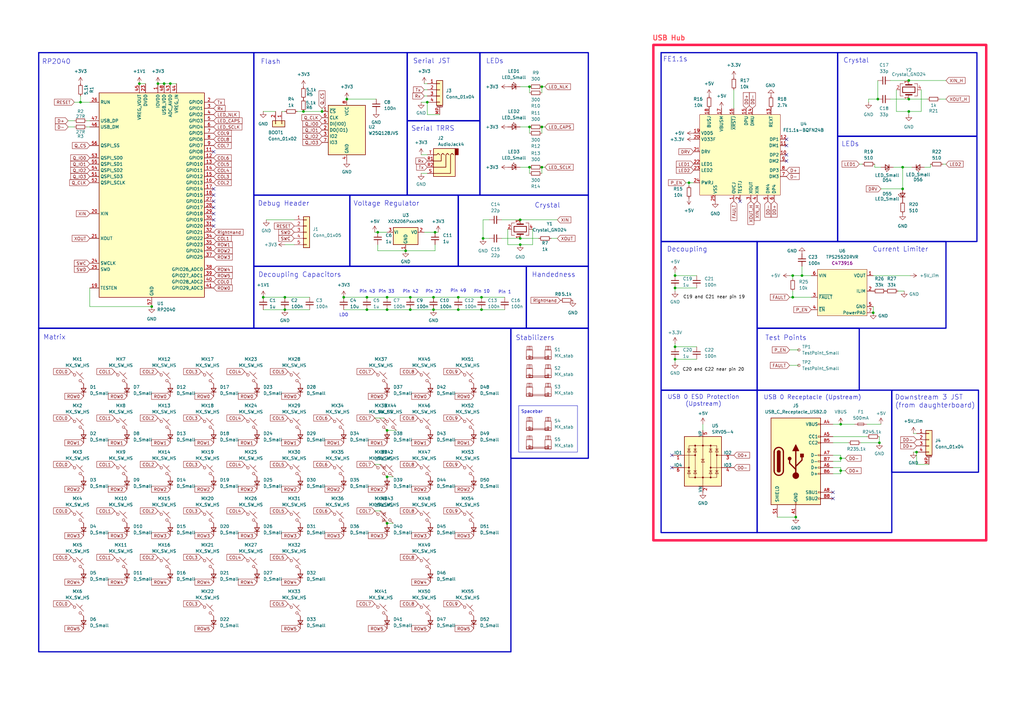
<source format=kicad_sch>
(kicad_sch (version 20231120) (generator "eeschema") (generator_version "8.0")
  (paper "A3")
  (junction (at 33.02 41.91))
  (junction (at 69.85 34.29))
  (junction (at 197.485 121.92))
  (junction (at 150.495 121.92))
  (junction (at 217.17 52.07))
  (junction (at 372.745 33.02))
  (junction (at 198.12 97.79))
  (junction (at 158.75 195.58))
  (junction (at 372.745 40.64))
  (junction (at 168.275 121.92))
  (junction (at 213.36 97.79))
  (junction (at 177.8 127))
  (junction (at 217.17 35.56))
  (junction (at 142.24 40.64))
  (junction (at 140.97 121.92))
  (junction (at 328.93 113.03))
  (junction (at 62.23 125.73))
  (junction (at 375.92 185.42))
  (junction (at 217.17 68.58))
  (junction (at 158.75 214.63))
  (junction (at 158.75 121.92))
  (junction (at 67.31 34.29))
  (junction (at 187.96 127))
  (junction (at 344.805 173.99))
  (junction (at 158.75 127))
  (junction (at 158.75 176.53))
  (junction (at 344.805 193.04))
  (junction (at 116.84 121.92))
  (junction (at 116.84 127))
  (junction (at 344.805 187.96))
  (junction (at 177.8 121.92))
  (junction (at 168.275 127))
  (junction (at 197.485 127))
  (junction (at 166.37 102.87))
  (junction (at 213.36 90.17))
  (junction (at 213.36 100.33))
  (junction (at 282.575 74.93))
  (junction (at 132.08 45.72))
  (junction (at 150.495 127))
  (junction (at 358.14 128.27))
  (junction (at 326.39 212.09))
  (junction (at 276.86 118.11))
  (junction (at 107.95 121.92))
  (junction (at 175.26 41.91))
  (junction (at 276.86 142.24))
  (junction (at 276.86 147.32))
  (junction (at 222.25 35.56))
  (junction (at 57.15 34.29))
  (junction (at 360.68 181.61))
  (junction (at 370.205 68.58))
  (junction (at 187.96 121.92))
  (junction (at 178.435 95.25))
  (junction (at 325.12 121.92))
  (junction (at 360.045 40.64))
  (junction (at 370.205 77.47))
  (junction (at 276.86 113.03))
  (junction (at 372.745 45.72))
  (junction (at 222.25 68.58))
  (junction (at 64.77 34.29))
  (junction (at 124.46 45.72))
  (junction (at 325.12 113.03))
  (junction (at 222.25 52.07))
  (junction (at 154.94 95.25))
  (no_connect (at 322.58 63.5))
  (no_connect (at 275.59 186.69))
  (no_connect (at 87.63 90.17))
  (no_connect (at 87.63 92.71))
  (no_connect (at 87.63 77.47))
  (no_connect (at 275.59 191.77))
  (no_connect (at 303.53 82.55))
  (no_connect (at 322.58 57.15))
  (no_connect (at 322.58 66.04))
  (no_connect (at 87.63 85.09))
  (no_connect (at 87.63 87.63))
  (no_connect (at 341.63 204.47))
  (no_connect (at 87.63 80.01))
  (no_connect (at 322.58 59.69))
  (no_connect (at 87.63 82.55))
  (no_connect (at 341.63 201.93))
  (no_connect (at 87.63 62.23))
  (wire (pts (xy 344.805 193.04) (xy 346.71 193.04)))
  (wire (pts (xy 30.48 49.53) (xy 27.94 49.53)))
  (wire (pts (xy 158.75 214.63) (xy 161.29 214.63)))
  (wire (pts (xy 158.75 127) (xy 168.275 127)))
  (wire (pts (xy 116.84 127) (xy 127 127)))
  (wire (pts (xy 381.635 68.58) (xy 381.635 67.31)))
  (wire (pts (xy 368.3 119.38) (xy 370.84 119.38)))
  (wire (pts (xy 353.06 181.61) (xy 360.68 181.61)))
  (wire (pts (xy 154.94 95.25) (xy 158.75 95.25)))
  (wire (pts (xy 358.14 113.03) (xy 373.38 113.03)))
  (wire (pts (xy 154.94 100.33) (xy 154.94 102.87)))
  (wire (pts (xy 177.8 127) (xy 187.96 127)))
  (wire (pts (xy 344.805 173.99) (xy 350.52 173.99)))
  (wire (pts (xy 372.745 45.72) (xy 367.665 45.72)))
  (wire (pts (xy 276.86 148.59) (xy 276.86 147.32)))
  (wire (pts (xy 168.275 127) (xy 177.8 127)))
  (wire (pts (xy 107.95 45.72) (xy 113.03 45.72)))
  (wire (pts (xy 217.17 52.07) (xy 217.17 54.61)))
  (wire (pts (xy 220.98 97.79) (xy 213.36 97.79)))
  (wire (pts (xy 325.12 119.38) (xy 325.12 121.92)))
  (wire (pts (xy 150.495 127) (xy 158.75 127)))
  (wire (pts (xy 356.235 40.64) (xy 356.235 41.91)))
  (wire (pts (xy 205.74 90.17) (xy 213.36 90.17)))
  (wire (pts (xy 341.63 173.99) (xy 344.805 173.99)))
  (wire (pts (xy 178.435 95.25) (xy 179.705 95.25)))
  (wire (pts (xy 288.29 173.99) (xy 288.29 176.53)))
  (wire (pts (xy 175.26 46.99) (xy 180.34 46.99)))
  (wire (pts (xy 107.95 121.92) (xy 116.84 121.92)))
  (wire (pts (xy 226.06 97.79) (xy 228.6 97.79)))
  (wire (pts (xy 367.665 36.83) (xy 367.665 45.72)))
  (wire (pts (xy 198.12 90.17) (xy 198.12 97.79)))
  (wire (pts (xy 374.65 185.42) (xy 375.92 185.42)))
  (wire (pts (xy 30.48 41.91) (xy 33.02 41.91)))
  (wire (pts (xy 276.86 118.11) (xy 285.75 118.11)))
  (wire (pts (xy 173.99 39.37) (xy 175.26 39.37)))
  (wire (pts (xy 173.99 34.29) (xy 175.26 34.29)))
  (wire (pts (xy 217.17 52.07) (xy 213.36 52.07)))
  (wire (pts (xy 140.97 121.92) (xy 150.495 121.92)))
  (wire (pts (xy 325.12 113.03) (xy 325.12 114.3)))
  (wire (pts (xy 323.85 113.03) (xy 325.12 113.03)))
  (wire (pts (xy 173.99 95.25) (xy 178.435 95.25)))
  (wire (pts (xy 208.28 100.33) (xy 213.36 100.33)))
  (wire (pts (xy 218.44 93.98) (xy 218.44 100.33)))
  (wire (pts (xy 140.97 127) (xy 150.495 127)))
  (wire (pts (xy 372.745 40.64) (xy 380.365 40.64)))
  (wire (pts (xy 142.24 40.64) (xy 154.305 40.64)))
  (wire (pts (xy 57.15 34.29) (xy 59.69 34.29)))
  (wire (pts (xy 375.92 190.5) (xy 381 190.5)))
  (wire (pts (xy 116.84 100.33) (xy 120.65 100.33)))
  (wire (pts (xy 35.56 49.53) (xy 36.83 49.53)))
  (wire (pts (xy 358.775 68.58) (xy 361.315 68.58)))
  (wire (pts (xy 222.25 35.56) (xy 222.25 38.1)))
  (wire (pts (xy 374.015 68.58) (xy 370.205 68.58)))
  (wire (pts (xy 276.86 142.24) (xy 276.86 140.97)))
  (wire (pts (xy 217.17 35.56) (xy 213.36 35.56)))
  (wire (pts (xy 154.94 102.87) (xy 166.37 102.87)))
  (wire (pts (xy 276.86 119.38) (xy 276.86 118.11)))
  (wire (pts (xy 208.28 93.98) (xy 208.28 100.33)))
  (wire (pts (xy 177.8 121.92) (xy 187.96 121.92)))
  (wire (pts (xy 187.96 127) (xy 197.485 127)))
  (wire (pts (xy 197.485 127) (xy 207.01 127)))
  (wire (pts (xy 358.775 68.58) (xy 358.775 67.31)))
  (wire (pts (xy 222.25 52.07) (xy 222.25 54.61)))
  (wire (pts (xy 341.63 179.07) (xy 355.6 179.07)))
  (wire (pts (xy 30.48 52.07) (xy 27.94 52.07)))
  (wire (pts (xy 150.495 121.92) (xy 158.75 121.92)))
  (wire (pts (xy 217.17 68.58) (xy 213.36 68.58)))
  (wire (pts (xy 62.23 125.73) (xy 36.83 125.73)))
  (wire (pts (xy 282.575 74.93) (xy 284.48 74.93)))
  (wire (pts (xy 344.805 187.96) (xy 346.71 187.96)))
  (wire (pts (xy 341.63 189.23) (xy 344.805 189.23)))
  (wire (pts (xy 33.02 39.37) (xy 33.02 41.91)))
  (wire (pts (xy 69.85 34.29) (xy 72.39 34.29)))
  (wire (pts (xy 370.205 68.58) (xy 370.205 77.47)))
  (wire (pts (xy 153.67 209.55) (xy 156.21 209.55)))
  (wire (pts (xy 318.77 212.09) (xy 326.39 212.09)))
  (wire (pts (xy 172.72 71.12) (xy 175.26 71.12)))
  (wire (pts (xy 276.86 142.24) (xy 285.75 142.24)))
  (wire (pts (xy 341.63 194.31) (xy 344.805 194.31)))
  (wire (pts (xy 175.26 41.91) (xy 175.26 46.99)))
  (wire (pts (xy 153.67 171.45) (xy 157.48 171.45)))
  (wire (pts (xy 172.72 41.91) (xy 175.26 41.91)))
  (wire (pts (xy 198.12 97.79) (xy 200.66 97.79)))
  (wire (pts (xy 153.67 190.5) (xy 156.21 190.5)))
  (wire (pts (xy 276.86 147.32) (xy 285.75 147.32)))
  (wire (pts (xy 344.805 187.96) (xy 344.805 189.23)))
  (wire (pts (xy 323.85 121.92) (xy 325.12 121.92)))
  (wire (pts (xy 217.17 68.58) (xy 217.17 71.12)))
  (wire (pts (xy 341.63 186.69) (xy 344.805 186.69)))
  (wire (pts (xy 178.435 100.33) (xy 178.435 102.87)))
  (wire (pts (xy 109.22 90.17) (xy 120.65 90.17)))
  (wire (pts (xy 217.17 35.56) (xy 217.17 38.1)))
  (wire (pts (xy 370.205 77.47) (xy 361.315 77.47)))
  (wire (pts (xy 116.84 121.92) (xy 127 121.92)))
  (wire (pts (xy 379.095 68.58) (xy 381.635 68.58)))
  (wire (pts (xy 377.825 45.72) (xy 372.745 45.72)))
  (wire (pts (xy 341.63 181.61) (xy 347.98 181.61)))
  (wire (pts (xy 328.93 109.22) (xy 328.93 113.03)))
  (wire (pts (xy 276.86 113.03) (xy 285.75 113.03)))
  (wire (pts (xy 360.045 40.64) (xy 356.235 40.64)))
  (wire (pts (xy 197.485 121.92) (xy 207.01 121.92)))
  (wire (pts (xy 385.445 40.64) (xy 387.985 40.64)))
  (wire (pts (xy 328.93 113.03) (xy 332.74 113.03)))
  (wire (pts (xy 124.46 45.72) (xy 132.08 45.72)))
  (wire (pts (xy 377.825 36.83) (xy 377.825 45.72)))
  (wire (pts (xy 325.12 121.92) (xy 332.74 121.92)))
  (wire (pts (xy 387.985 67.31) (xy 386.715 67.31)))
  (wire (pts (xy 223.52 68.58) (xy 222.25 68.58)))
  (wire (pts (xy 366.395 68.58) (xy 370.205 68.58)))
  (wire (pts (xy 372.745 33.02) (xy 387.985 33.02)))
  (wire (pts (xy 323.85 149.86) (xy 327.66 149.86)))
  (wire (pts (xy 375.92 185.42) (xy 375.92 190.5)))
  (wire (pts (xy 355.6 173.99) (xy 361.315 173.99)))
  (wire (pts (xy 158.75 195.58) (xy 161.29 195.58)))
  (wire (pts (xy 276.86 111.76) (xy 276.86 113.03)))
  (wire (pts (xy 325.12 113.03) (xy 328.93 113.03)))
  (wire (pts (xy 365.125 40.64) (xy 372.745 40.64)))
  (wire (pts (xy 33.02 41.91) (xy 36.83 41.91)))
  (wire (pts (xy 360.68 179.07) (xy 360.68 181.61)))
  (wire (pts (xy 153.67 95.25) (xy 154.94 95.25)))
  (wire (pts (xy 358.14 125.73) (xy 358.14 128.27)))
  (wire (pts (xy 36.83 125.73) (xy 36.83 118.11)))
  (wire (pts (xy 158.75 121.92) (xy 168.275 121.92)))
  (wire (pts (xy 67.31 34.29) (xy 69.85 34.29)))
  (wire (pts (xy 173.99 36.83) (xy 175.26 36.83)))
  (wire (pts (xy 213.36 90.17) (xy 228.6 90.17)))
  (wire (pts (xy 344.805 191.77) (xy 344.805 193.04)))
  (wire (pts (xy 213.36 100.33) (xy 218.44 100.33)))
  (wire (pts (xy 360.045 33.02) (xy 360.045 40.64)))
  (wire (pts (xy 323.85 143.51) (xy 327.66 143.51)))
  (wire (pts (xy 205.74 97.79) (xy 213.36 97.79)))
  (wire (pts (xy 172.72 63.5) (xy 175.26 63.5)))
  (wire (pts (xy 107.95 127) (xy 116.84 127)))
  (wire (pts (xy 282.575 74.93) (xy 282.575 76.2)))
  (wire (pts (xy 35.56 52.07) (xy 36.83 52.07)))
  (wire (pts (xy 158.75 176.53) (xy 162.56 176.53)))
  (wire (pts (xy 344.805 186.69) (xy 344.805 187.96)))
  (wire (pts (xy 223.52 52.07) (xy 222.25 52.07)))
  (wire (pts (xy 115.57 45.72) (xy 116.84 45.72)))
  (wire (pts (xy 121.92 45.72) (xy 124.46 45.72)))
  (wire (pts (xy 222.25 68.58) (xy 222.25 71.12)))
  (wire (pts (xy 168.275 121.92) (xy 177.8 121.92)))
  (wire (pts (xy 341.63 191.77) (xy 344.805 191.77)))
  (wire (pts (xy 352.425 67.31) (xy 353.695 67.31)))
  (wire (pts (xy 64.77 34.29) (xy 67.31 34.29)))
  (wire (pts (xy 281.305 74.93) (xy 282.575 74.93)))
  (wire (pts (xy 365.125 33.02) (xy 372.745 33.02)))
  (wire (pts (xy 223.52 35.56) (xy 222.25 35.56)))
  (wire (pts (xy 344.805 193.04) (xy 344.805 194.31)))
  (wire (pts (xy 300.99 36.83) (xy 300.99 44.45)))
  (wire (pts (xy 198.12 90.17) (xy 200.66 90.17)))
  (wire (pts (xy 374.65 177.8) (xy 375.92 177.8)))
  (wire (pts (xy 372.745 45.72) (xy 372.745 46.99)))
  (wire (pts (xy 187.96 121.92) (xy 197.485 121.92)))
  (wire (pts (xy 132.08 45.72) (xy 132.08 44.45)))
  (wire (pts (xy 166.37 102.87) (xy 178.435 102.87)))
  (rectangle (start 209.55 134.62) (end 241.3 187.96) (stroke (width 0.5)))
  (rectangle (start 212.725 166.37) (end 236.855 185.42))
  (rectangle (start 104.14 80.01) (end 143.51 109.22) (stroke (width 0.5)))
  (rectangle (start 104.14 109.22) (end 215.9 134.62) (stroke (width 0.5)))
  (rectangle (start 310.515 160.02) (end 365.76 218.44) (stroke (width 0.5)))
  (rectangle (start 15.875 134.62) (end 209.55 267.335) (stroke (width 0.5)))
  (rectangle (start 271.145 160.02) (end 310.515 218.44) (stroke (width 0.5)))
  (rectangle (start 271.145 99.06) (end 310.515 160.02) (stroke (width 0.5)))
  (rectangle (start 310.515 99.06) (end 387.985 134.62) (stroke (width 0.5)))
  (rectangle (start 271.145 21.59) (end 343.535 99.06) (stroke (width 0.5)))
  (rectangle (start 343.535 55.88) (end 400.685 99.06) (stroke (width 0.5)))
  (rectangle (start 215.9 109.22) (end 241.3 134.62) (stroke (width 0.5)))
  (rectangle (start 167.005 49.53) (end 196.85 80.01) (stroke (width 0.5)))
  (rectangle (start 187.96 80.01) (end 241.3 109.22) (stroke (width 0.5)))
  (rectangle (start 196.85 21.59) (end 241.3 80.01) (stroke (width 0.5)))
  (rectangle (start 167.005 21.59) (end 196.85 49.53) (stroke (width 0.5)))
  (rectangle (start 365.76 160.02) (end 401.32 193.675) (stroke (width 0.5)))
  (rectangle (start 15.875 21.59) (end 104.14 134.62) (stroke (width 0.5)))
  (rectangle (start 104.14 21.59) (end 167.005 80.01) (stroke (width 0.5)))
  (rectangle (start 267.97 18.415) (end 404.495 221.615) (stroke (width 1) (color 255 24 75 1)))
  (rectangle (start 310.515 134.62) (end 352.425 160.02) (stroke (width 0.5)))
  (rectangle (start 343.535 21.59) (end 400.685 55.88) (stroke (width 0.5)))
  (rectangle (start 143.51 80.01) (end 187.96 109.22) (stroke (width 0.5)))
  (text "Decoupling" (at 281.813 102.362 0) (effects (font (size 2 2))))
  (text "Serial TRRS" (at 177.546 52.832 0) (effects (font (size 2 2))))
  (text "Pin 10" (at 197.612 119.634 0) (effects (font (size 1.27 1.27))))
  (text "LDO" (at 140.97 129.286 0) (effects (font (size 1.27 1.27))))
  (text "Spacebar" (at 218.186 168.91 0) (effects (font (size 1.27 1.27))))
  (text "Decoupling Capacitors" (at 122.936 112.776 0) (effects (font (size 2 2))))
  (text "Serial JST" (at 177.038 25.146 0) (effects (font (size 2 2))))
  (text "Crystal" (at 224.536 84.328 0) (effects (font (size 2 2))))
  (text "FE1.1s" (at 276.987 24.384 0) (effects (font (size 2 2))))
  (text "Crystal" (at 351.155 24.892 0) (effects (font (size 2 2))))
  (text "LEDs" (at 348.742 59.182 0) (effects (font (size 2 2))))
  (text "Pin 43" (at 150.622 119.634 0) (effects (font (size 1.27 1.27))))
  (text "Downstream 3 JST\n" (at 381 163.068 0) (effects (font (size 2 2))))
  (text "Pin 42" (at 168.402 119.634 0) (effects (font (size 1.27 1.27))))
  (text "USB Hub" (at 274.32 15.748 0) (effects (font (size 2 2) (thickness 0.4) (bold yes))))
  (text "Stabilizers" (at 219.456 138.684 0) (effects (font (size 2 2))))
  (text "USB 0 Receptacle (Upstream)" (at 333.248 163.068 0) (effects (font (size 1.75 1.75))))
  (text "(from daughterboard)" (at 383.54 166.37 0) (effects (font (size 2 2))))
  (text "Debug Header" (at 116.332 83.566 0) (effects (font (size 2 2))))
  (text "C19 and C21 near pin 19" (at 292.862 121.92 0) (effects (font (size 1.27 1.27))))
  (text "Pin 22" (at 177.8 119.634 0) (effects (font (size 1.27 1.27))))
  (text "C20 and C22 near pin 20" (at 292.608 151.638 0) (effects (font (size 1.27 1.27))))
  (text "Test Points" (at 322.326 138.684 0) (effects (font (size 2 2))))
  (text "Current Limiter" (at 369.316 102.362 0) (effects (font (size 2 2))))
  (text "LEDs" (at 202.946 25.146 0) (effects (font (size 2 2))))
  (text "Pin 33" (at 158.496 119.634 0) (effects (font (size 1.27 1.27))))
  (text "USB 0 ESD Protection\n(Upstream)" (at 288.544 164.338 0) (effects (font (size 1.75 1.75))))
  (text "Pin 49" (at 187.96 119.38 0) (effects (font (size 1.27 1.27))))
  (text "RP2040" (at 23.114 25.4 0) (effects (font (size 2 2))))
  (text "Matrix" (at 22.352 138.43 0) (effects (font (size 2 2))))
  (text "Handedness" (at 227.076 112.776 0) (effects (font (size 2 2))))
  (text "Flash" (at 110.998 25.4 0) (effects (font (size 2 2))))
  (text "Pin 1" (at 207.01 119.888 0) (effects (font (size 1.27 1.27))))
  (text "Voltage Regulator" (at 158.496 83.566 0) (effects (font (size 2 2))))
  (global_label "ROW2" (shape input) (at 87.63 102.87 0) (property "Intersheetrefs" "${INTERSHEET_REFS}" (effects (hide yes))))
  (global_label "COL5" (shape input) (at 118.11 190.5 180) (property "Intersheetrefs" "${INTERSHEET_REFS}" (effects (hide yes))))
  (global_label "ROW2" (shape input) (at 34.29 200.66 180) (property "Intersheetrefs" "${INTERSHEET_REFS}" (effects (hide yes))))
  (global_label "RightHand" (shape input) (at 229.87 123.19 180) (property "Intersheetrefs" "${INTERSHEET_REFS}" (effects (hide yes))))
  (global_label "ROW1" (shape input) (at 34.29 181.61 180) (property "Intersheetrefs" "${INTERSHEET_REFS}" (effects (hide yes))))
  (global_label "ROW2" (shape input) (at 105.41 200.66 180) (property "Intersheetrefs" "${INTERSHEET_REFS}" (effects (hide yes))))
  (global_label "Q_CLK" (shape input) (at 132.08 48.26 180) (property "Intersheetrefs" "${INTERSHEET_REFS}" (effects (hide yes))))
  (global_label "COL3" (shape input) (at 82.55 228.6 180) (property "Intersheetrefs" "${INTERSHEET_REFS}" (effects (hide yes))))
  (global_label "COL5" (shape input) (at 118.11 152.4 180) (property "Intersheetrefs" "${INTERSHEET_REFS}" (effects (hide yes))))
  (global_label "LED2" (shape input) (at 284.48 69.85 180) (property "Intersheetrefs" "${INTERSHEET_REFS}" (effects (hide yes))))
  (global_label "XIN_H" (shape input) (at 387.985 33.02 0) (property "Intersheetrefs" "${INTERSHEET_REFS}" (effects (hide yes))))
  (global_label "P_EN" (shape input) (at 323.85 143.51 180) (property "Intersheetrefs" "${INTERSHEET_REFS}" (effects (hide yes))))
  (global_label "COL9" (shape input) (at 87.63 54.61 0) (property "Intersheetrefs" "${INTERSHEET_REFS}" (effects (hide yes))))
  (global_label "ROW3" (shape input) (at 34.29 219.71 180) (property "Intersheetrefs" "${INTERSHEET_REFS}" (effects (hide yes))))
  (global_label "SWD" (shape input) (at 120.65 95.25 180) (property "Intersheetrefs" "${INTERSHEET_REFS}" (effects (hide yes))))
  (global_label "RESET" (shape input) (at 120.65 92.71 180) (property "Intersheetrefs" "${INTERSHEET_REFS}" (effects (hide yes))))
  (global_label "D0-" (shape input) (at 308.61 44.45 90) (property "Intersheetrefs" "${INTERSHEET_REFS}" (effects (hide yes))))
  (global_label "COL9" (shape input) (at 189.23 247.65 180) (property "Intersheetrefs" "${INTERSHEET_REFS}" (effects (hide yes))))
  (global_label "COL1" (shape input) (at 46.99 209.55 180) (property "Intersheetrefs" "${INTERSHEET_REFS}" (effects (hide yes))))
  (global_label "COL4" (shape input) (at 100.33 209.55 180) (property "Intersheetrefs" "${INTERSHEET_REFS}" (effects (hide yes))))
  (global_label "Q_IO2" (shape input) (at 36.83 69.85 180) (property "Intersheetrefs" "${INTERSHEET_REFS}" (effects (hide yes))))
  (global_label "COL0" (shape input) (at 29.21 190.5 180) (property "Intersheetrefs" "${INTERSHEET_REFS}" (effects (hide yes))))
  (global_label "XOUT_H" (shape input) (at 387.985 40.64 0) (property "Intersheetrefs" "${INTERSHEET_REFS}" (effects (hide yes))))
  (global_label "P_EN" (shape input) (at 332.74 127 180) (property "Intersheetrefs" "${INTERSHEET_REFS}" (effects (hide yes))))
  (global_label "COL9" (shape input) (at 189.23 171.45 180) (property "Intersheetrefs" "${INTERSHEET_REFS}" (effects (hide yes))))
  (global_label "XOUT" (shape input) (at 36.83 97.79 180) (property "Intersheetrefs" "${INTERSHEET_REFS}" (effects (hide yes))))
  (global_label "COL0" (shape input) (at 29.21 152.4 180) (property "Intersheetrefs" "${INTERSHEET_REFS}" (effects (hide yes))))
  (global_label "COL3" (shape input) (at 82.55 171.45 180) (property "Intersheetrefs" "${INTERSHEET_REFS}" (effects (hide yes))))
  (global_label "COL3" (shape input) (at 82.55 190.5 180) (property "Intersheetrefs" "${INTERSHEET_REFS}" (effects (hide yes))))
  (global_label "XIN" (shape input) (at 228.6 90.17 0) (property "Intersheetrefs" "${INTERSHEET_REFS}" (effects (hide yes))))
  (global_label "ROW2" (shape input) (at 69.85 200.66 180) (property "Intersheetrefs" "${INTERSHEET_REFS}" (effects (hide yes))))
  (global_label "COL8" (shape input) (at 171.45 209.55 180) (property "Intersheetrefs" "${INTERSHEET_REFS}" (effects (hide yes))))
  (global_label "ROW5" (shape input) (at 34.29 257.81 180) (property "Intersheetrefs" "${INTERSHEET_REFS}" (effects (hide yes))))
  (global_label "Rx" (shape input) (at 175.26 66.04 180) (property "Intersheetrefs" "${INTERSHEET_REFS}" (effects (hide yes))))
  (global_label "COL4" (shape input) (at 100.33 228.6 180) (property "Intersheetrefs" "${INTERSHEET_REFS}" (effects (hide yes))))
  (global_label "D0-" (shape input) (at 300.99 191.77 0) (property "Intersheetrefs" "${INTERSHEET_REFS}" (effects (hide yes))))
  (global_label "LED_SCLK" (shape input) (at 87.63 52.07 0) (property "Intersheetrefs" "${INTERSHEET_REFS}" (effects (hide yes))))
  (global_label "DD-" (shape input) (at 314.96 82.55 270) (property "Intersheetrefs" "${INTERSHEET_REFS}" (effects (hide yes))))
  (global_label "Tx" (shape input) (at 175.26 68.58 180) (property "Intersheetrefs" "${INTERSHEET_REFS}" (effects (hide yes))))
  (global_label "LED1" (shape input) (at 352.425 67.31 180) (property "Intersheetrefs" "${INTERSHEET_REFS}" (effects (hide yes))))
  (global_label "COL8" (shape input) (at 171.45 247.65 180) (property "Intersheetrefs" "${INTERSHEET_REFS}" (effects (hide yes))))
  (global_label "Q_IO2" (shape input) (at 132.08 55.88 180) (property "Intersheetrefs" "${INTERSHEET_REFS}" (effects (hide yes))))
  (global_label "Rx" (shape input) (at 87.63 44.45 0) (property "Intersheetrefs" "${INTERSHEET_REFS}" (effects (hide yes))))
  (global_label "COL7" (shape input) (at 153.67 209.55 180) (property "Intersheetrefs" "${INTERSHEET_REFS}" (effects (hide yes))))
  (global_label "COL9" (shape input) (at 189.23 190.5 180) (property "Intersheetrefs" "${INTERSHEET_REFS}" (effects (hide yes))))
  (global_label "ROW4" (shape input) (at 105.41 238.76 180) (property "Intersheetrefs" "${INTERSHEET_REFS}" (effects (hide yes))))
  (global_label "DD+" (shape input) (at 317.5 82.55 270) (property "Intersheetrefs" "${INTERSHEET_REFS}" (effects (hide yes))))
  (global_label "Q_CS" (shape input) (at 36.83 59.69 180) (property "Intersheetrefs" "${INTERSHEET_REFS}" (effects (hide yes))))
  (global_label "COL8" (shape input) (at 87.63 57.15 0) (property "Intersheetrefs" "${INTERSHEET_REFS}" (effects (hide yes))))
  (global_label "D0-" (shape input) (at 346.71 187.96 0) (property "Intersheetrefs" "${INTERSHEET_REFS}" (effects (hide yes))))
  (global_label "ROW1" (shape input) (at 105.41 181.61 180) (property "Intersheetrefs" "${INTERSHEET_REFS}" (effects (hide yes))))
  (global_label "DRV" (shape input) (at 361.315 77.47 180) (property "Intersheetrefs" "${INTERSHEET_REFS}" (effects (hide yes))))
  (global_label "COL7" (shape input) (at 153.67 247.65 180) (property "Intersheetrefs" "${INTERSHEET_REFS}" (effects (hide yes))))
  (global_label "FAULT" (shape input) (at 323.85 121.92 180) (property "Intersheetrefs" "${INTERSHEET_REFS}" (effects (hide yes))))
  (global_label "Q_IO0" (shape input) (at 36.83 64.77 180) (property "Intersheetrefs" "${INTERSHEET_REFS}" (effects (hide yes))))
  (global_label "FAULT" (shape input) (at 300.99 82.55 270) (property "Intersheetrefs" "${INTERSHEET_REFS}" (effects (hide yes))))
  (global_label "Q_CS" (shape input) (at 132.08 44.45 90) (property "Intersheetrefs" "${INTERSHEET_REFS}" (effects (hide yes))))
  (global_label "ROW4" (shape input) (at 52.07 238.76 180) (property "Intersheetrefs" "${INTERSHEET_REFS}" (effects (hide yes))))
  (global_label "ROW3" (shape input) (at 87.63 219.71 180) (property "Intersheetrefs" "${INTERSHEET_REFS}" (effects (hide yes))))
  (global_label "COL9" (shape input) (at 189.23 152.4 180) (property "Intersheetrefs" "${INTERSHEET_REFS}" (effects (hide yes))))
  (global_label "LED_SCLK" (shape input) (at 223.52 68.58 0) (property "Intersheetrefs" "${INTERSHEET_REFS}" (effects (hide yes))))
  (global_label "COL6" (shape input) (at 87.63 64.77 0) (property "Intersheetrefs" "${INTERSHEET_REFS}" (effects (hide yes))))
  (global_label "ROW1" (shape input) (at 123.19 181.61 180) (property "Intersheetrefs" "${INTERSHEET_REFS}" (effects (hide yes))))
  (global_label "COL6" (shape input) (at 135.89 190.5 180) (property "Intersheetrefs" "${INTERSHEET_REFS}" (effects (hide yes))))
  (global_label "COL1" (shape input) (at 46.99 190.5 180) (property "Intersheetrefs" "${INTERSHEET_REFS}" (effects (hide yes))))
  (global_label "COL3" (shape input) (at 82.55 152.4 180) (property "Intersheetrefs" "${INTERSHEET_REFS}" (effects (hide yes))))
  (global_label "D0+" (shape input) (at 300.99 186.69 0) (property "Intersheetrefs" "${INTERSHEET_REFS}" (effects (hide yes))))
  (global_label "ROW0" (shape input) (at 87.63 118.11 0) (property "Intersheetrefs" "${INTERSHEET_REFS}" (effects (hide yes))))
  (global_label "XOUT" (shape input) (at 228.6 97.79 0) (property "Intersheetrefs" "${INTERSHEET_REFS}" (effects (hide yes))))
  (global_label "ROW0" (shape input) (at 158.75 162.56 180) (property "Intersheetrefs" "${INTERSHEET_REFS}" (effects (hide yes))))
  (global_label "COL4" (shape input) (at 100.33 171.45 180) (property "Intersheetrefs" "${INTERSHEET_REFS}" (effects (hide yes))))
  (global_label "ROW3" (shape input) (at 52.07 219.71 180) (property "Intersheetrefs" "${INTERSHEET_REFS}" (effects (hide yes))))
  (global_label "COL5" (shape input) (at 118.11 247.65 180) (property "Intersheetrefs" "${INTERSHEET_REFS}" (effects (hide yes))))
  (global_label "COL6" (shape input) (at 135.89 171.45 180) (property "Intersheetrefs" "${INTERSHEET_REFS}" (effects (hide yes))))
  (global_label "COL1" (shape input) (at 46.99 228.6 180) (property "Intersheetrefs" "${INTERSHEET_REFS}" (effects (hide yes))))
  (global_label "ROW1" (shape input) (at 87.63 100.33 0) (property "Intersheetrefs" "${INTERSHEET_REFS}" (effects (hide yes))))
  (global_label "XOUT_H" (shape input) (at 307.975 82.55 270) (property "Intersheetrefs" "${INTERSHEET_REFS}" (effects (hide yes))))
  (global_label "SWC" (shape input) (at 120.65 97.79 180) (property "Intersheetrefs" "${INTERSHEET_REFS}" (effects (hide yes))))
  (global_label "Q_IO0" (shape input) (at 132.08 50.8 180) (property "Intersheetrefs" "${INTERSHEET_REFS}" (effects (hide yes))))
  (global_label "ROW4" (shape input) (at 34.29 238.76 180) (property "Intersheetrefs" "${INTERSHEET_REFS}" (effects (hide yes))))
  (global_label "ROW3" (shape input) (at 69.85 219.71 180) (property "Intersheetrefs" "${INTERSHEET_REFS}" (effects (hide yes))))
  (global_label "Q_IO3" (shape input) (at 132.08 58.42 180) (property "Intersheetrefs" "${INTERSHEET_REFS}" (effects (hide yes))))
  (global_label "ROW4" (shape input) (at 87.63 110.49 0) (property "Intersheetrefs" "${INTERSHEET_REFS}" (effects (hide yes))))
  (global_label "COL0" (shape input) (at 29.21 171.45 180) (property "Intersheetrefs" "${INTERSHEET_REFS}" (effects (hide yes))))
  (global_label "COL7" (shape input) (at 153.67 152.4 180) (property "Intersheetrefs" "${INTERSHEET_REFS}" (effects (hide yes))))
  (global_label "COL8" (shape input) (at 171.45 171.45 180) (property "Intersheetrefs" "${INTERSHEET_REFS}" (effects (hide yes))))
  (global_label "DD+" (shape input) (at 375.92 182.88 180) (property "Intersheetrefs" "${INTERSHEET_REFS}" (effects (hide yes))))
  (global_label "Q_IO3" (shape input) (at 36.83 72.39 180) (property "Intersheetrefs" "${INTERSHEET_REFS}" (effects (hide yes))))
  (global_label "ROW3" (shape input) (at 105.41 219.71 180) (property "Intersheetrefs" "${INTERSHEET_REFS}" (effects (hide yes))))
  (global_label "ROW3" (shape input) (at 194.31 219.71 180) (property "Intersheetrefs" "${INTERSHEET_REFS}" (effects (hide yes))))
  (global_label "COL4" (shape input) (at 100.33 152.4 180) (property "Intersheetrefs" "${INTERSHEET_REFS}" (effects (hide yes))))
  (global_label "ROW4" (shape input) (at 176.53 238.76 180) (property "Intersheetrefs" "${INTERSHEET_REFS}" (effects (hide yes))))
  (global_label "COL8" (shape input) (at 171.45 190.5 180) (property "Intersheetrefs" "${INTERSHEET_REFS}" (effects (hide yes))))
  (global_label "Q_IO1" (shape input) (at 36.83 67.31 180) (property "Intersheetrefs" "${INTERSHEET_REFS}" (effects (hide yes))))
  (global_label "LED2" (shape input) (at 387.985 67.31 0) (property "Intersheetrefs" "${INTERSHEET_REFS}" (effects (hide yes))))
  (global_label "ROW2" (shape input) (at 52.07 200.66 180) (property "Intersheetrefs" "${INTERSHEET_REFS}" (effects (hide yes))))
  (global_label "COL6" (shape input) (at 135.89 209.55 180) (property "Intersheetrefs" "${INTERSHEET_REFS}" (effects (hide yes))))
  (global_label "COL0" (shape input) (at 87.63 115.57 0) (property "Intersheetrefs" "${INTERSHEET_REFS}" (effects (hide yes))))
  (global_label "XIN" (shape input) (at 36.83 87.63 180) (property "Intersheetrefs" "${INTERSHEET_REFS}" (effects (hide yes))))
  (global_label "ROW4" (shape input) (at 87.63 238.76 180) (property "Intersheetrefs" "${INTERSHEET_REFS}" (effects (hide yes))))
  (global_label "LED_NLK" (shape input) (at 87.63 46.99 0) (property "Intersheetrefs" "${INTERSHEET_REFS}" (effects (hide yes))))
  (global_label "SWD" (shape input) (at 36.83 110.49 180) (property "Intersheetrefs" "${INTERSHEET_REFS}" (effects (hide yes))))
  (global_label "ROW1" (shape input) (at 87.63 181.61 180) (property "Intersheetrefs" "${INTERSHEET_REFS}" (effects (hide yes))))
  (global_label "COL3" (shape input) (at 82.55 209.55 180) (property "Intersheetrefs" "${INTERSHEET_REFS}" (effects (hide yes))))
  (global_label "D+" (shape input) (at 322.58 69.85 0) (property "Intersheetrefs" "${INTERSHEET_REFS}" (effects (hide yes))))
  (global_label "ROW0" (shape input) (at 194.31 162.56 180) (property "Intersheetrefs" "${INTERSHEET_REFS}" (effects (hide yes))))
  (global_label "ROW2" (shape input) (at 176.53 200.66 180) (property "Intersheetrefs" "${INTERSHEET_REFS}" (effects (hide yes))))
  (global_label "COL4" (shape input) (at 87.63 69.85 0) (property "Intersheetrefs" "${INTERSHEET_REFS}" (effects (hide yes))))
  (global_label "FAULT" (shape input) (at 323.85 149.86 180) (property "Intersheetrefs" "${INTERSHEET_REFS}" (effects (hide yes))))
  (global_label "LED_NLK" (shape input) (at 223.52 35.56 0) (property "Intersheetrefs" "${INTERSHEET_REFS}" (effects (hide yes))))
  (global_label "LED_CAPS" (shape input) (at 223.52 52.07 0) (property "Intersheetrefs" "${INTERSHEET_REFS}" (effects (hide yes))))
  (global_label "COL2" (shape input) (at 87.63 74.93 0) (property "Intersheetrefs" "${INTERSHEET_REFS}" (effects (hide yes))))
  (global_label "ROW0" (shape input) (at 52.07 162.56 180) (property "Intersheetrefs" "${INTERSHEET_REFS}" (effects (hide yes))))
  (global_label "COL2" (shape input) (at 64.77 171.45 180) (property "Intersheetrefs" "${INTERSHEET_REFS}" (effects (hide yes))))
  (global_label "LED1" (shape input) (at 284.48 67.31 180) (property "Intersheetrefs" "${INTERSHEET_REFS}" (effects (hide yes))))
  (global_label "DRV" (shape input) (at 284.48 62.23 180) (property "Intersheetrefs" "${INTERSHEET_REFS}" (effects (hide yes))))
  (global_label "ROW0" (shape input) (at 123.19 162.56 180) (property "Intersheetrefs" "${INTERSHEET_REFS}" (effects (hide yes))))
  (global_label "SWC" (shape input) (at 36.83 107.95 180) (property "Intersheetrefs" "${INTERSHEET_REFS}" (effects (hide yes))))
  (global_label "P_EN" (shape input) (at 281.305 74.93 180) (property "Intersheetrefs" "${INTERSHEET_REFS}" (effects (hide yes))))
  (global_label "COL0" (shape input) (at 29.21 209.55 180) (property "Intersheetrefs" "${INTERSHEET_REFS}" (effects (hide yes))))
  (global_label "ROW1" (shape input) (at 69.85 181.61 180) (property "Intersheetrefs" "${INTERSHEET_REFS}" (effects (hide yes))))
  (global_label "COL9" (shape input) (at 189.23 209.55 180) (property "Intersheetrefs" "${INTERSHEET_REFS}" (effects (hide yes))))
  (global_label "ROW1" (shape input) (at 52.07 181.61 180) (property "Intersheetrefs" "${INTERSHEET_REFS}" (effects (hide yes))))
  (global_label "ROW1" (shape input) (at 158.75 181.61 180) (property "Intersheetrefs" "${INTERSHEET_REFS}" (effects (hide yes))))
  (global_label "COL7" (shape input) (at 153.67 171.45 180) (property "Intersheetrefs" "${INTERSHEET_REFS}" (effects (hide yes))))
  (global_label "ROW3" (shape input) (at 87.63 105.41 0) (property "Intersheetrefs" "${INTERSHEET_REFS}" (effects (hide yes))))
  (global_label "D-" (shape input) (at 322.58 72.39 0) (property "Intersheetrefs" "${INTERSHEET_REFS}" (effects (hide yes))))
  (global_label "ROW0" (shape input) (at 87.63 162.56 180) (property "Intersheetrefs" "${INTERSHEET_REFS}" (effects (hide yes))))
  (global_label "Tx" (shape input) (at 87.63 41.91 0) (property "Intersheetrefs" "${INTERSHEET_REFS}" (effects (hide yes))))
  (global_label "ROW3" (shape input) (at 140.97 219.71 180) (property "Intersheetrefs" "${INTERSHEET_REFS}" (effects (hide yes))))
  (global_label "COL7" (shape input) (at 153.67 190.5 180) (property "Intersheetrefs" "${INTERSHEET_REFS}" (effects (hide yes))))
  (global_label "ROW0" (shape input) (at 34.29 162.56 180) (property "Intersheetrefs" "${INTERSHEET_REFS}" (effects (hide yes))))
  (global_label "ROW5" (shape input) (at 176.53 257.81 180) (property "Intersheetrefs" "${INTERSHEET_REFS}" (effects (hide yes))))
  (global_label "COL5" (shape input) (at 118.11 228.6 180) (property "Intersheetrefs" "${INTERSHEET_REFS}" (effects (hide yes))))
  (global_label "COL5" (shape input) (at 118.11 209.55 180) (property "Intersheetrefs" "${INTERSHEET_REFS}" (effects (hide yes))))
  (global_label "COL4" (shape input) (at 100.33 190.5 180) (property "Intersheetrefs" "${INTERSHEET_REFS}" (effects (hide yes))))
  (global_label "COL2" (shape input) (at 64.77 209.55 180) (property "Intersheetrefs" "${INTERSHEET_REFS}" (effects (hide yes))))
  (global_label "XIN_H" (shape input) (at 310.515 82.55 270) (property "Intersheetrefs" "${INTERSHEET_REFS}" (effects (hide yes))))
  (global_label "COL5" (shape input) (at 118.11 171.45 180) (property "Intersheetrefs" "${INTERSHEET_REFS}" (effects (hide yes))))
  (global_label "ROW4" (shape input) (at 69.85 238.76 180) (property "Intersheetrefs" "${INTERSHEET_REFS}" (effects (hide yes))))
  (global_label "ROW1" (shape input) (at 194.31 181.61 180) (property "Intersheetrefs" "${INTERSHEET_REFS}" (effects (hide yes))))
  (global_label "COL2" (shape input) (at 64.77 190.5 180) (property "Intersheetrefs" "${INTERSHEET_REFS}" (effects (hide yes))))
  (global_label "ROW2" (shape input) (at 194.31 200.66 180) (property "Intersheetrefs" "${INTERSHEET_REFS}" (effects (hide yes))))
  (global_label "ROW0" (shape input) (at 105.41 162.56 180) (property "Intersheetrefs" "${INTERSHEET_REFS}" (effects (hide yes))))
  (global_label "ROW2" (shape input) (at 87.63 200.66 180) (property "Intersheetrefs" "${INTERSHEET_REFS}" (effects (hide yes))))
  (global_label "COL3" (shape input) (at 87.63 72.39 0) (property "Intersheetrefs" "${INTERSHEET_REFS}" (effects (hide yes))))
  (global_label "Rx" (shape input) (at 173.99 39.37 180) (property "Intersheetrefs" "${INTERSHEET_REFS}" (effects (hide yes))))
  (global_label "COL0" (shape input) (at 29.21 228.6 180) (property "Intersheetrefs" "${INTERSHEET_REFS}" (effects (hide yes))))
  (global_label "ROW4" (shape input) (at 123.19 238.76 180) (property "Intersheetrefs" "${INTERSHEET_REFS}" (effects (hide yes))))
  (global_label "ROW0" (shape input) (at 176.53 162.56 180) (property "Intersheetrefs" "${INTERSHEET_REFS}" (effects (hide yes))))
  (global_label "DD-" (shape input) (at 375.92 180.34 180) (property "Intersheetrefs" "${INTERSHEET_REFS}" (effects (hide yes))))
  (global_label "RightHand" (shape input) (at 87.63 95.25 0) (property "Intersheetrefs" "${INTERSHEET_REFS}" (effects (hide yes))))
  (global_label "COL0" (shape input) (at 29.21 247.65 180) (property "Intersheetrefs" "${INTERSHEET_REFS}" (effects (hide yes))))
  (global_label "ROW2" (shape input) (at 158.75 200.66 180) (property "Intersheetrefs" "${INTERSHEET_REFS}" (effects (hide yes))))
  (global_label "RESET" (shape input) (at 30.48 41.91 180) (property "Intersheetrefs" "${INTERSHEET_REFS}" (effects (hide yes))))
  (global_label "COL2" (shape input) (at 64.77 228.6 180) (property "Intersheetrefs" "${INTERSHEET_REFS}" (effects (hide yes))))
  (global_label "Q_CLK" (shape input) (at 36.83 74.93 180) (property "Intersheetrefs" "${INTERSHEET_REFS}" (effects (hide yes))))
  (global_label "ROW5" (shape input) (at 87.63 257.81 180) (property "Intersheetrefs" "${INTERSHEET_REFS}" (effects (hide yes))))
  (global_label "D0+" (shape input) (at 306.07 44.45 90) (property "Intersheetrefs" "${INTERSHEET_REFS}" (effects (hide yes))))
  (global_label "COL8" (shape input) (at 171.45 228.6 180) (property "Intersheetrefs" "${INTERSHEET_REFS}" (effects (hide yes))))
  (global_label "ROW3" (shape input) (at 123.19 219.71 180) (property "Intersheetrefs" "${INTERSHEET_REFS}" (effects (hide yes))))
  (global_label "LED_CAPS" (shape input) (at 87.63 49.53 0) (property "Intersheetrefs" "${INTERSHEET_REFS}" (effects (hide yes))))
  (global_label "COL1" (shape input) (at 87.63 97.79 0) (property "Intersheetrefs" "${INTERSHEET_REFS}" (effects (hide yes))))
  (global_label "ROW5" (shape input) (at 158.75 257.81 180) (property "Intersheetrefs" "${INTERSHEET_REFS}" (effects (hide yes))))
  (global_label "D+" (shape input) (at 27.94 49.53 180) (property "Intersheetrefs" "${INTERSHEET_REFS}" (effects (hide yes))))
  (global_label "ROW1" (shape input) (at 140.97 181.61 180) (property "Intersheetrefs" "${INTERSHEET_REFS}" (effects (hide yes))))
  (global_label "COL1" (shape input) (at 46.99 171.45 180) (property "Intersheetrefs" "${INTERSHEET_REFS}" (effects (hide yes))))
  (global_label "ROW0" (shape input) (at 69.85 162.56 180) (property "Intersheetrefs" "${INTERSHEET_REFS}" (effects (hide yes))))
  (global_label "COL8" (shape input) (at 171.45 152.4 180) (property "Intersheetrefs" "${INTERSHEET_REFS}" (effects (hide yes))))
  (global_label "ROW2" (shape input) (at 140.97 200.66 180) (property "Intersheetrefs" "${INTERSHEET_REFS}" (effects (hide yes))))
  (global_label "ROW1" (shape input) (at 176.53 181.61 180) (property "Intersheetrefs" "${INTERSHEET_REFS}" (effects (hide yes))))
  (global_label "ROW5" (shape input) (at 123.19 257.81 180) (property "Intersheetrefs" "${INTERSHEET_REFS}" (effects (hide yes))))
  (global_label "COL7" (shape input) (at 87.63 59.69 0) (property "Intersheetrefs" "${INTERSHEET_REFS}" (effects (hide yes))))
  (global_label "ROW3" (shape input) (at 176.53 219.71 180) (property "Intersheetrefs" "${INTERSHEET_REFS}" (effects (hide yes))))
  (global_label "COL3" (shape input) (at 82.55 247.65 180) (property "Intersheetrefs" "${INTERSHEET_REFS}" (effects (hide yes))))
  (global_label "Q_IO1" (shape input) (at 132.08 53.34 180) (property "Intersheetrefs" "${INTERSHEET_REFS}" (effects (hide yes))))
  (global_label "ROW3" (shape input) (at 158.75 219.71 180) (property "Intersheetrefs" "${INTERSHEET_REFS}" (effects (hide yes))))
  (global_label "ROW5" (shape input) (at 87.63 113.03 0) (property "Intersheetrefs" "${INTERSHEET_REFS}" (effects (hide yes))))
  (global_label "COL1" (shape input) (at 46.99 152.4 180) (property "Intersheetrefs" "${INTERSHEET_REFS}" (effects (hide yes))))
  (global_label "ROW2" (shape input) (at 123.19 200.66 180) (property "Intersheetrefs" "${INTERSHEET_REFS}" (effects (hide yes))))
  (global_label "COL5" (shape input) (at 87.63 67.31 0) (property "Intersheetrefs" "${INTERSHEET_REFS}" (effects (hide yes))))
  (global_label "ROW5" (shape input) (at 194.31 257.81 180) (property "Intersheetrefs" "${INTERSHEET_REFS}" (effects (hide yes))))
  (global_label "Tx" (shape input) (at 173.99 36.83 180) (property "Intersheetrefs" "${INTERSHEET_REFS}" (effects (hide yes))))
  (global_label "D0+" (shape input) (at 346.71 193.04 0) (property "Intersheetrefs" "${INTERSHEET_REFS}" (effects (hide yes))))
  (global_label "D-" (shape input) (at 27.94 52.07 180) (property "Intersheetrefs" "${INTERSHEET_REFS}" (effects (hide yes))))
  (global_label "COL2" (shape input) (at 64.77 152.4 180) (property "Intersheetrefs" "${INTERSHEET_REFS}" (effects (hide yes))))
  (symbol (lib_id "Device:D_Small") (at 87.63 217.17 90) (unit 1)
    (property "Reference" "D20" (at 90.17 215.8999 90) (effects (justify right)))
    (property "Value" "D_Small" (at 90.17 218.4399 90) (effects (justify right)))
    (property "Footprint" "g80-5000:D_SOD-123-ShiftedSoldermask" (effects (hide yes)))
    (property "Description" "Diode, small symbol" (effects (hide yes)))
    (property "Sim.Device" "D" (effects (hide yes)))
    (property "Sim.Pins" "1=K 2=A" (effects (hide yes)))
  )
  (symbol (lib_id "PCM_marbastlib-mx:MX_stab") (at 220.98 160.02 0) (unit 1)
    (property "Reference" "S3" (at 227.33 158.6229 0) (effects (justify left)))
    (property "Value" "MX_stab" (at 227.33 161.1629 0) (effects (justify left)))
    (property "Footprint" "PCM_marbastlib-mx:STAB_MX_P_2u" (effects (hide yes)))
    (property "Description" "Cherry MX-style stabilizer" (effects (hide yes)))
  )
  (symbol (lib_id "PCM_marbastlib-mx:MX_SW_HS_CPG151101S11") (at 31.75 173.99 0) (unit 1)
    (property "Reference" "MX2" (at 31.75 166.37 0))
    (property "Value" "MX_SW_HS" (at 31.75 168.91 0))
    (property "Footprint" "PCM_marbastlib-mx:SW_MX_1u" (effects (hide yes)))
    (property "Description" "Push button switch, normally open, two pins, 45° tilted, Kailh CPG151101S11 for Cherry MX style switches" (effects (hide yes)))
  )
  (symbol (lib_id "PCM_marbastlib-mx:MX_SW_HS_CPG151101S11") (at 158.75 193.04 0) (unit 1)
    (property "Reference" "MX42" (at 158.75 185.42 0))
    (property "Value" "MX_SW_HS" (at 158.75 187.96 0))
    (property "Footprint" "PCM_marbastlib-mx:SW_MX_1u" (effects (hide yes)))
    (property "Description" "Push button switch, normally open, two pins, 45° tilted, Kailh CPG151101S11 for Cherry MX style switches" (effects (hide yes)))
  )
  (symbol (lib_id "power:+5V") (at 276.86 111.76 0) (unit 1)
    (property "Reference" "#PWR047" (effects (hide yes)))
    (property "Value" "+5V" (at 276.86 107.315 0))
    (property "Description" "Power symbol creates a global label with name \"+5V\"" (effects (hide yes)))
  )
  (symbol (lib_id "Device:R_Small") (at 33.02 49.53 90) (unit 1)
    (property "Reference" "R2" (at 33.02 45.72 90))
    (property "Value" "27R" (at 33.02 47.752 90))
    (property "Footprint" "Resistor_SMD:R_0402_1005Metric" (effects (hide yes)))
  )
  (symbol (lib_id "PCM_marbastlib-mx:MX_SW_HS_CPG151101S11") (at 85.09 250.19 0) (unit 1)
    (property "Reference" "MX22" (at 85.09 242.57 0))
    (property "Value" "MX_SW_HS" (at 85.09 245.11 0))
    (property "Footprint" "PCM_marbastlib-mx:SW_MX_1u" (effects (hide yes)))
    (property "Description" "Push button switch, normally open, two pins, 45° tilted, Kailh CPG151101S11 for Cherry MX style switches" (effects (hide yes)))
  )
  (symbol (lib_id "Device:C_Small") (at 140.97 124.46 0) (unit 1)
    (property "Reference" "C4" (at 143.51 123.1963 0) (effects (justify left)))
    (property "Value" "10u" (at 143.51 125.7363 0) (effects (justify left)))
    (property "Footprint" "Capacitor_SMD:C_0603_1608Metric" (effects (hide yes)))
  )
  (symbol (lib_id "Regulator_Linear:XC6206PxxxMR") (at 166.37 95.25 0) (unit 1)
    (property "Reference" "U3" (at 166.37 88.265 0))
    (property "Value" "XC6206PxxxMR" (at 166.37 90.805 0))
    (property "Footprint" "Package_TO_SOT_SMD:SOT-23-3" (effects (hide yes)))
    (property "Datasheet" "https://www.torexsemi.com/file/xc6206/XC6206.pdf" (effects (hide yes)))
  )
  (symbol (lib_id "Device:D_Small") (at 123.19 179.07 90) (unit 1)
    (property "Reference" "D29" (at 125.73 177.7999 90) (effects (justify right)))
    (property "Value" "D_Small" (at 125.73 180.3399 90) (effects (justify right)))
    (property "Footprint" "g80-5000:D_SOD-123-ShiftedSoldermask" (effects (hide yes)))
    (property "Description" "Diode, small symbol" (effects (hide yes)))
    (property "Sim.Device" "D" (effects (hide yes)))
    (property "Sim.Pins" "1=K 2=A" (effects (hide yes)))
  )
  (symbol (lib_id "Device:D_Small") (at 105.41 160.02 90) (unit 1)
    (property "Reference" "D23" (at 107.95 158.7499 90) (effects (justify right)))
    (property "Value" "D_Small" (at 107.95 161.2899 90) (effects (justify right)))
    (property "Footprint" "g80-5000:D_SOD-123-ShiftedSoldermask" (effects (hide yes)))
    (property "Description" "Diode, small symbol" (effects (hide yes)))
    (property "Sim.Device" "D" (effects (hide yes)))
    (property "Sim.Pins" "1=K 2=A" (effects (hide yes)))
  )
  (symbol (lib_id "Device:D_Small") (at 194.31 160.02 90) (unit 1)
    (property "Reference" "D48" (at 196.85 158.7499 90) (effects (justify right)))
    (property "Value" "D_Small" (at 196.85 161.2899 90) (effects (justify right)))
    (property "Footprint" "g80-5000:D_SOD-123-ShiftedSoldermask" (effects (hide yes)))
    (property "Description" "Diode, small symbol" (effects (hide yes)))
    (property "Sim.Device" "D" (effects (hide yes)))
    (property "Sim.Pins" "1=K 2=A" (effects (hide yes)))
  )
  (symbol (lib_id "Device:C_Small") (at 203.2 90.17 90) (unit 1)
    (property "Reference" "C14" (at 203.2063 83.82 90))
    (property "Value" "22p" (at 203.2063 86.36 90))
    (property "Footprint" "Capacitor_SMD:C_0402_1005Metric" (effects (hide yes)))
  )
  (symbol (lib_id "Device:Fuse_Small") (at 353.06 173.99 0) (unit 1)
    (property "Reference" "F1" (at 353.06 168.91 0))
    (property "Value" "500mA" (at 353.06 171.45 0))
    (property "Footprint" "Fuse:Fuse_1206_3216Metric" (effects (hide yes)))
  )
  (symbol (lib_id "Connector:TestPoint_Small") (at 327.66 149.86 0) (unit 1)
    (property "Reference" "TP2" (at 328.93 148.5899 0) (effects (justify left)))
    (property "Value" "TestPoint_Small" (at 328.93 151.1299 0) (effects (justify left)))
    (property "Footprint" "TestPoint:TestPoint_THTPad_D1.0mm_Drill0.5mm" (effects (hide yes)))
    (property "Description" "test point" (effects (hide yes)))
  )
  (symbol (lib_id "Device:D_Small") (at 194.31 255.27 90) (unit 1)
    (property "Reference" "D52" (at 196.85 253.9999 90) (effects (justify right)))
    (property "Value" "D_Small" (at 196.85 256.5399 90) (effects (justify right)))
    (property "Footprint" "g80-5000:D_SOD-123-ShiftedSoldermask" (effects (hide yes)))
    (property "Description" "Diode, small symbol" (effects (hide yes)))
    (property "Sim.Device" "D" (effects (hide yes)))
    (property "Sim.Pins" "1=K 2=A" (effects (hide yes)))
  )
  (symbol (lib_id "power:GND") (at 288.29 201.93 0) (unit 1)
    (property "Reference" "#PWR041" (effects (hide yes)))
    (property "Value" "GND" (at 288.29 206.375 0))
  )
  (symbol (lib_id "PCM_marbastlib-mx:MX_SW_HS_CPG151101S11") (at 156.21 173.99 0) (unit 1)
    (property "Reference" "MX38" (at 156.21 166.37 0))
    (property "Value" "MX_SW_HS" (at 156.21 168.91 0))
    (property "Footprint" "PCM_marbastlib-mx:SW_MX_1u" (effects (hide yes)))
    (property "Description" "Push button switch, normally open, two pins, 45° tilted, Kailh CPG151101S11 for Cherry MX style switches" (effects (hide yes)))
  )
  (symbol (lib_id "power:GND") (at 328.93 104.14 180) (unit 1)
    (property "Reference" "#PWR054" (effects (hide yes)))
    (property "Value" "GND" (at 324.866 102.87 0))
    (property "Description" "Power symbol creates a global label with name \"GND\" , ground" (effects (hide yes)))
  )
  (symbol (lib_id "Device:C_Small") (at 362.585 33.02 90) (unit 1)
    (property "Reference" "C17" (at 362.5913 26.67 90))
    (property "Value" "33p" (at 362.5913 29.21 90))
    (property "Footprint" "Capacitor_SMD:C_0402_1005Metric" (effects (hide yes)))
    (property "Description" "Unpolarized capacitor, small symbol" (effects (hide yes)))
  )
  (symbol (lib_id "Device:C_Small") (at 107.95 124.46 0) (unit 1)
    (property "Reference" "C1" (at 110.49 123.1963 0) (effects (justify left)))
    (property "Value" "1u" (at 110.49 125.7363 0) (effects (justify left)))
    (property "Footprint" "Capacitor_SMD:C_0402_1005Metric" (effects (hide yes)))
  )
  (symbol (lib_id "PCM_marbastlib-mx:MX_SW_HS_CPG151101S11") (at 173.99 173.99 0) (unit 1)
    (property "Reference" "MX46" (at 173.99 166.37 0))
    (property "Value" "MX_SW_HS" (at 173.99 168.91 0))
    (property "Footprint" "PCM_marbastlib-mx:SW_MX_1u" (effects (hide yes)))
    (property "Description" "Push button switch, normally open, two pins, 45° tilted, Kailh CPG151101S11 for Cherry MX style switches" (effects (hide yes)))
  )
  (symbol (lib_id "Device:D_Small") (at 140.97 198.12 90) (unit 1)
    (property "Reference" "D35" (at 143.51 196.8499 90) (effects (justify right)))
    (property "Value" "D_Small" (at 143.51 199.3899 90) (effects (justify right)))
    (property "Footprint" "g80-5000:D_SOD-123-ShiftedSoldermask" (effects (hide yes)))
    (property "Description" "Diode, small symbol" (effects (hide yes)))
    (property "Sim.Device" "D" (effects (hide yes)))
    (property "Sim.Pins" "1=K 2=A" (effects (hide yes)))
  )
  (symbol (lib_id "PCM_marbastlib-mx:MX_SW_HS_CPG151101S11") (at 31.75 212.09 0) (unit 1)
    (property "Reference" "MX4" (at 31.75 204.47 0))
    (property "Value" "MX_SW_HS" (at 31.75 207.01 0))
    (property "Footprint" "PCM_marbastlib-mx:SW_MX_1u" (effects (hide yes)))
    (property "Description" "Push button switch, normally open, two pins, 45° tilted, Kailh CPG151101S11 for Cherry MX style switches" (effects (hide yes)))
  )
  (symbol (lib_id "PCM_marbastlib-various:SRV05-4") (at 288.29 189.23 0) (unit 1)
    (property "Reference" "U5" (at 291.9161 174.625 0) (effects (justify left)))
    (property "Value" "SRV05-4" (at 291.9161 177.165 0) (effects (justify left)))
    (property "Footprint" "PCM_marbastlib-various:SOT-23-6-routable" (effects (hide yes)))
    (property "Datasheet" "http://www.onsemi.com/pub/Collateral/SRV05-4-D.PDF" (effects (hide yes)))
  )
  (symbol (lib_id "PCM_marbastlib-mx:MX_SW_HS_CPG151101S11") (at 85.09 193.04 0) (unit 1)
    (property "Reference" "MX19" (at 85.09 185.42 0))
    (property "Value" "MX_SW_HS" (at 85.09 187.96 0))
    (property "Footprint" "PCM_marbastlib-mx:SW_MX_1u" (effects (hide yes)))
    (property "Description" "Push button switch, normally open, two pins, 45° tilted, Kailh CPG151101S11 for Cherry MX style switches" (effects (hide yes)))
  )
  (symbol (lib_id "Connector:TestPoint_Small") (at 327.66 143.51 0) (unit 1)
    (property "Reference" "TP1" (at 328.93 142.2399 0) (effects (justify left)))
    (property "Value" "TestPoint_Small" (at 328.93 144.7799 0) (effects (justify left)))
    (property "Footprint" "TestPoint:TestPoint_THTPad_D1.0mm_Drill0.5mm" (effects (hide yes)))
    (property "Description" "test point" (effects (hide yes)))
  )
  (symbol (lib_id "Device:Crystal_GND24") (at 213.36 93.98 90) (unit 1)
    (property "Reference" "Y1" (at 225.425 91.7641 90))
    (property "Value" "Crystal_GND24" (at 225.425 94.3041 90))
    (property "Footprint" "Crystal:Crystal_SMD_3225-4Pin_3.2x2.5mm" (effects (hide yes)))
  )
  (symbol (lib_id "Device:C_Small") (at 116.84 124.46 0) (unit 1)
    (property "Reference" "C2" (at 119.38 123.1963 0) (effects (justify left)))
    (property "Value" "100n" (at 119.38 125.7363 0) (effects (justify left)))
    (property "Footprint" "Capacitor_SMD:C_0402_1005Metric" (effects (hide yes)))
  )
  (symbol (lib_id "PCM_marbastlib-mx:MX_SW_HS_CPG151101S11") (at 49.53 212.09 0) (unit 1)
    (property "Reference" "MX10" (at 49.53 204.47 0))
    (property "Value" "MX_SW_HS" (at 49.53 207.01 0))
    (property "Footprint" "PCM_marbastlib-mx:SW_MX_1u" (effects (hide yes)))
    (property "Description" "Push button switch, normally open, two pins, 45° tilted, Kailh CPG151101S11 for Cherry MX style switches" (effects (hide yes)))
  )
  (symbol (lib_id "PCM_marbastlib-mx:MX_SW_HS_CPG151101S11") (at 85.09 173.99 0) (unit 1)
    (property "Reference" "MX18" (at 85.09 166.37 0))
    (property "Value" "MX_SW_HS" (at 85.09 168.91 0))
    (property "Footprint" "PCM_marbastlib-mx:SW_MX_1u" (effects (hide yes)))
    (property "Description" "Push button switch, normally open, two pins, 45° tilted, Kailh CPG151101S11 for Cherry MX style switches" (effects (hide yes)))
  )
  (symbol (lib_id "PCM_marbastlib-mx:MX_stab") (at 220.98 173.99 0) (unit 1)
    (property "Reference" "S4" (at 227.33 172.5929 0) (effects (justify left)))
    (property "Value" "MX_stab" (at 227.33 175.1329 0) (effects (justify left)))
    (property "Footprint" "g80-5000:STAB_MX_3.5u_5000" (effects (hide yes)))
    (property "Description" "Cherry MX-style stabilizer" (effects (hide yes)))
  )
  (symbol (lib_name "GND_1") (lib_id "power:GND") (at 234.95 123.19 0) (unit 1)
    (property "Reference" "#PWR021" (effects (hide yes)))
    (property "Value" "GND" (at 234.95 128.27 0))
    (property "Description" "Power symbol creates a global label with name \"GND\" , ground" (effects (hide yes)))
  )
  (symbol (lib_id "Device:C_Small") (at 187.96 124.46 0) (unit 1)
    (property "Reference" "C12" (at 190.5 123.1963 0) (effects (justify left)))
    (property "Value" "100n" (at 190.5 125.7363 0) (effects (justify left)))
    (property "Footprint" "Capacitor_SMD:C_0402_1005Metric" (effects (hide yes)))
  )
  (symbol (lib_name "GND_1") (lib_id "power:GND") (at 107.95 45.72 0) (unit 1)
    (property "Reference" "#PWR06" (effects (hide yes)))
    (property "Value" "GND" (at 107.95 50.8 0))
    (property "Description" "Power symbol creates a global label with name \"GND\" , ground" (effects (hide yes)))
  )
  (symbol (lib_id "Device:D_Small") (at 105.41 217.17 90) (unit 1)
    (property "Reference" "D26" (at 107.95 215.8999 90) (effects (justify right)))
    (property "Value" "D_Small" (at 107.95 218.4399 90) (effects (justify right)))
    (property "Footprint" "g80-5000:D_SOD-123-ShiftedSoldermask" (effects (hide yes)))
    (property "Description" "Diode, small symbol" (effects (hide yes)))
    (property "Sim.Device" "D" (effects (hide yes)))
    (property "Sim.Pins" "1=K 2=A" (effects (hide yes)))
  )
  (symbol (lib_id "Device:D_Small") (at 158.75 255.27 90) (unit 1)
    (property "Reference" "D41" (at 161.29 253.9999 90) (effects (justify right)))
    (property "Value" "D_Small" (at 161.29 256.5399 90) (effects (justify right)))
    (property "Footprint" "g80-5000:D_SOD-123-ShiftedSoldermask" (effects (hide yes)))
    (property "Description" "Diode, small symbol" (effects (hide yes)))
    (property "Sim.Device" "D" (effects (hide yes)))
    (property "Sim.Pins" "1=K 2=A" (effects (hide yes)))
  )
  (symbol (lib_id "power:GND") (at 109.22 90.17 0) (unit 1)
    (property "Reference" "#PWR07" (effects (hide yes)))
    (property "Value" "GND" (at 109.22 94.615 0))
  )
  (symbol (lib_id "Device:R_Small") (at 350.52 181.61 90) (unit 1)
    (property "Reference" "R23" (at 349.25 184.15 90))
    (property "Value" "5.1k" (at 353.06 184.15 90))
    (property "Footprint" "Resistor_SMD:R_0402_1005Metric" (effects (hide yes)))
  )
  (symbol (lib_id "PCM_marbastlib-mx:MX_SW_HS_CPG151101S11") (at 85.09 154.94 0) (unit 1)
    (property "Reference" "MX17" (at 85.09 147.32 0))
    (property "Value" "MX_SW_HS" (at 85.09 149.86 0))
    (property "Footprint" "PCM_marbastlib-mx:SW_MX_1u" (effects (hide yes)))
    (property "Description" "Push button switch, normally open, two pins, 45° tilted, Kailh CPG151101S11 for Cherry MX style switches" (effects (hide yes)))
  )
  (symbol (lib_id "Device:D_Small") (at 34.29 255.27 90) (unit 1)
    (property "Reference" "D6" (at 36.83 253.9999 90) (effects (justify right)))
    (property "Value" "D_Small" (at 36.83 256.5399 90) (effects (justify right)))
    (property "Footprint" "g80-5000:D_SOD-123-ShiftedSoldermask" (effects (hide yes)))
    (property "Description" "Diode, small symbol" (effects (hide yes)))
    (property "Sim.Device" "D" (effects (hide yes)))
    (property "Sim.Pins" "1=K 2=A" (effects (hide yes)))
  )
  (symbol (lib_id "Device:D_Small") (at 123.19 160.02 90) (unit 1)
    (property "Reference" "D28" (at 125.73 158.7499 90) (effects (justify right)))
    (property "Value" "D_Small" (at 125.73 161.2899 90) (effects (justify right)))
    (property "Footprint" "g80-5000:D_SOD-123-ShiftedSoldermask" (effects (hide yes)))
    (property "Description" "Diode, small symbol" (effects (hide yes)))
    (property "Sim.Device" "D" (effects (hide yes)))
    (property "Sim.Pins" "1=K 2=A" (effects (hide yes)))
  )
  (symbol (lib_id "PCM_marbastlib-mx:MX_SW_HS_CPG151101S11") (at 120.65 173.99 0) (unit 1)
    (property "Reference" "MX29" (at 120.65 166.37 0))
    (property "Value" "MX_SW_HS" (at 120.65 168.91 0))
    (property "Footprint" "PCM_marbastlib-mx:SW_MX_1u" (effects (hide yes)))
    (property "Description" "Push button switch, normally open, two pins, 45° tilted, Kailh CPG151101S11 for Cherry MX style switches" (effects (hide yes)))
  )
  (symbol (lib_id "Device:D_Small") (at 105.41 236.22 90) (unit 1)
    (property "Reference" "D27" (at 107.95 234.9499 90) (effects (justify right)))
    (property "Value" "D_Small" (at 107.95 237.4899 90) (effects (justify right)))
    (property "Footprint" "g80-5000:D_SOD-123-ShiftedSoldermask" (effects (hide yes)))
    (property "Description" "Diode, small symbol" (effects (hide yes)))
    (property "Sim.Device" "D" (effects (hide yes)))
    (property "Sim.Pins" "1=K 2=A" (effects (hide yes)))
  )
  (symbol (lib_id "Device:C_Small") (at 285.75 144.78 0) (unit 1)
    (property "Reference" "C22" (at 288.925 143.5163 0) (effects (justify left)))
    (property "Value" "100n" (at 288.925 146.0563 0) (effects (justify left)))
    (property "Footprint" "Capacitor_SMD:C_0402_1005Metric" (effects (hide yes)))
    (property "Description" "Unpolarized capacitor, small symbol" (effects (hide yes)))
  )
  (symbol (lib_id "PCM_marbastlib-mx:MX_SW_HS_CPG151101S11") (at 191.77 212.09 0) (unit 1)
    (property "Reference" "MX54" (at 191.77 204.47 0))
    (property "Value" "MX_SW_HS" (at 191.77 207.01 0))
    (property "Footprint" "PCM_marbastlib-mx:SW_MX_1u" (effects (hide yes)))
    (property "Description" "Push button switch, normally open, two pins, 45° tilted, Kailh CPG151101S11 for Cherry MX style switches" (effects (hide yes)))
  )
  (symbol (lib_id "Device:D_Small") (at 69.85 236.22 90) (unit 1)
    (property "Reference" "D16" (at 72.39 234.9499 90) (effects (justify right)))
    (property "Value" "D_Small" (at 72.39 237.4899 90) (effects (justify right)))
    (property "Footprint" "g80-5000:D_SOD-123-ShiftedSoldermask" (effects (hide yes)))
    (property "Description" "Diode, small symbol" (effects (hide yes)))
    (property "Sim.Device" "D" (effects (hide yes)))
    (property "Sim.Pins" "1=K 2=A" (effects (hide yes)))
  )
  (symbol (lib_id "PCM_marbastlib-mx:MX_SW_HS_CPG151101S11") (at 120.65 154.94 0) (unit 1)
    (property "Reference" "MX28" (at 120.65 147.32 0))
    (property "Value" "MX_SW_HS" (at 120.65 149.86 0))
    (property "Footprint" "PCM_marbastlib-mx:SW_MX_1u" (effects (hide yes)))
    (property "Description" "Push button switch, normally open, two pins, 45° tilted, Kailh CPG151101S11 for Cherry MX style switches" (effects (hide yes)))
  )
  (symbol (lib_id "Device:LED_Small") (at 363.855 68.58 180) (unit 1)
    (property "Reference" "D54" (at 363.855 73.914 0))
    (property "Value" "LED_Small" (at 363.855 71.882 0))
    (property "Footprint" "LED_SMD:LED_0603_1608Metric" (effects (hide yes)))
    (property "Description" "Light emitting diode, small symbol" (effects (hide yes)))
  )
  (symbol (lib_id "PCM_marbastlib-mx:MX_SW_HS_CPG151101S11") (at 102.87 154.94 0) (unit 1)
    (property "Reference" "MX23" (at 102.87 147.32 0))
    (property "Value" "MX_SW_HS" (at 102.87 149.86 0))
    (property "Footprint" "PCM_marbastlib-mx:SW_MX_1u" (effects (hide yes)))
    (property "Description" "Push button switch, normally open, two pins, 45° tilted, Kailh CPG151101S11 for Cherry MX style switches" (effects (hide yes)))
  )
  (symbol (lib_id "Device:D_Small") (at 140.97 179.07 90) (unit 1)
    (property "Reference" "D34" (at 143.51 177.7999 90) (effects (justify right)))
    (property "Value" "D_Small" (at 143.51 180.3399 90) (effects (justify right)))
    (property "Footprint" "g80-5000:D_SOD-123-ShiftedSoldermask" (effects (hide yes)))
    (property "Description" "Diode, small symbol" (effects (hide yes)))
    (property "Sim.Device" "D" (effects (hide yes)))
    (property "Sim.Pins" "1=K 2=A" (effects (hide yes)))
  )
  (symbol (lib_id "Device:R_Small") (at 223.52 97.79 90) (unit 1)
    (property "Reference" "R7" (at 223.52 99.695 90))
    (property "Value" "1k" (at 223.52 102.235 90))
    (property "Footprint" "Resistor_SMD:R_0402_1005Metric" (effects (hide yes)))
  )
  (symbol (lib_id "Device:D_Small") (at 158.75 160.02 90) (unit 1)
    (property "Reference" "D37" (at 161.29 158.7499 90) (effects (justify right)))
    (property "Value" "D_Small" (at 161.29 161.2899 90) (effects (justify right)))
    (property "Footprint" "g80-5000:D_SOD-123-ShiftedSoldermask" (effects (hide yes)))
    (property "Description" "Diode, small symbol" (effects (hide yes)))
    (property "Sim.Device" "D" (effects (hide yes)))
    (property "Sim.Pins" "1=K 2=A" (effects (hide yes)))
  )
  (symbol (lib_id "PCM_marbastlib-mx:MX_SW_HS_CPG151101S11") (at 102.87 212.09 0) (unit 1)
    (property "Reference" "MX26" (at 102.87 204.47 0))
    (property "Value" "MX_SW_HS" (at 102.87 207.01 0))
    (property "Footprint" "PCM_marbastlib-mx:SW_MX_1u" (effects (hide yes)))
    (property "Description" "Push button switch, normally open, two pins, 45° tilted, Kailh CPG151101S11 for Cherry MX style switches" (effects (hide yes)))
  )
  (symbol (lib_id "power:+5V") (at 282.575 81.28 180) (unit 1)
    (property "Reference" "#PWR032" (effects (hide yes)))
    (property "Value" "+5V" (at 282.575 86.36 0))
    (property "Description" "Power symbol creates a global label with name \"+5V\"" (effects (hide yes)))
  )
  (symbol (lib_id "PCM_marbastlib-mx:MX_SW_HS_CPG151101S11") (at 158.75 212.09 180) (unit 1)
    (property "Reference" "MX43" (at 158.75 204.47 0))
    (property "Value" "MX_SW_HS" (at 158.75 207.01 0))
    (property "Footprint" "PCM_marbastlib-mx:SW_MX_1u" (effects (hide yes)))
    (property "Description" "Push button switch, normally open, two pins, 45° tilted, Kailh CPG151101S11 for Cherry MX style switches" (effects (hide yes)))
  )
  (symbol (lib_id "PCM_marbastlib-mx:MX_SW_HS_CPG151101S11") (at 138.43 193.04 0) (unit 1)
    (property "Reference" "MX35" (at 138.43 185.42 0))
    (property "Value" "MX_SW_HS" (at 138.43 187.96 0))
    (property "Footprint" "PCM_marbastlib-mx:SW_MX_1u" (effects (hide yes)))
    (property "Description" "Push button switch, normally open, two pins, 45° tilted, Kailh CPG151101S11 for Cherry MX style switches" (effects (hide yes)))
  )
  (symbol (lib_id "power:GND") (at 276.86 148.59 0) (unit 1)
    (property "Reference" "#PWR050" (effects (hide yes)))
    (property "Value" "GND" (at 276.86 153.035 0))
    (property "Description" "Power symbol creates a global label with name \"GND\" , ground" (effects (hide yes)))
  )
  (symbol (lib_id "Device:D_Small") (at 123.19 255.27 90) (unit 1)
    (property "Reference" "D33" (at 125.73 253.9999 90) (effects (justify right)))
    (property "Value" "D_Small" (at 125.73 256.5399 90) (effects (justify right)))
    (property "Footprint" "g80-5000:D_SOD-123-ShiftedSoldermask" (effects (hide yes)))
    (property "Description" "Diode, small symbol" (effects (hide yes)))
    (property "Sim.Device" "D" (effects (hide yes)))
    (property "Sim.Pins" "1=K 2=A" (effects (hide yes)))
  )
  (symbol (lib_id "power:+5V") (at 373.38 113.03 270) (unit 1)
    (property "Reference" "#PWR057" (effects (hide yes)))
    (property "Value" "+5V_lim" (at 377.19 113.0299 90) (effects (justify left)))
    (property "Description" "Power symbol creates a global label with name \"+5V\"" (effects (hide yes)))
  )
  (symbol (lib_id "power:GND") (at 326.39 212.09 0) (unit 1)
    (property "Reference" "#PWR045" (effects (hide yes)))
    (property "Value" "GND" (at 326.39 216.535 0))
  )
  (symbol (lib_id "power:+3V3") (at 140.97 121.92 0) (unit 1)
    (property "Reference" "#PWR011" (effects (hide yes)))
    (property "Value" "+3V3" (at 140.97 116.84 0))
  )
  (symbol (lib_id "Device:D_Small") (at 52.07 236.22 90) (unit 1)
    (property "Reference" "D11" (at 54.61 234.9499 90) (effects (justify right)))
    (property "Value" "D_Small" (at 54.61 237.4899 90) (effects (justify right)))
    (property "Footprint" "g80-5000:D_SOD-123-ShiftedSoldermask" (effects (hide yes)))
    (property "Description" "Diode, small symbol" (effects (hide yes)))
    (property "Sim.Device" "D" (effects (hide yes)))
    (property "Sim.Pins" "1=K 2=A" (effects (hide yes)))
  )
  (symbol (lib_id "PCM_marbastlib-mx:MX_SW_HS_CPG151101S11") (at 102.87 173.99 0) (unit 1)
    (property "Reference" "MX24" (at 102.87 166.37 0))
    (property "Value" "MX_SW_HS" (at 102.87 168.91 0))
    (property "Footprint" "PCM_marbastlib-mx:SW_MX_1u" (effects (hide yes)))
    (property "Description" "Push button switch, normally open, two pins, 45° tilted, Kailh CPG151101S11 for Cherry MX style switches" (effects (hide yes)))
  )
  (symbol (lib_id "Device:R_Small") (at 219.71 38.1 270) (unit 1)
    (property "Reference" "R10" (at 219.71 43.434 90))
    (property "Value" "300" (at 219.71 40.894 90))
    (property "Footprint" "Resistor_SMD:R_1206_3216Metric_Pad1.30x1.75mm_HandSolder" (effects (hide yes)))
    (property "Description" "Resistor, small symbol" (effects (hide yes)))
  )
  (symbol (lib_id "power:GND") (at 166.37 102.87 0) (unit 1)
    (property "Reference" "#PWR016" (effects (hide yes)))
    (property "Value" "GND" (at 166.37 107.315 0))
  )
  (symbol (lib_id "Device:D_Small") (at 34.29 198.12 90) (unit 1)
    (property "Reference" "D3" (at 36.83 196.8499 90) (effects (justify right)))
    (property "Value" "D_Small" (at 36.83 199.3899 90) (effects (justify right)))
    (property "Footprint" "g80-5000:D_SOD-123-ShiftedSoldermask" (effects (hide yes)))
    (property "Description" "Diode, small symbol" (effects (hide yes)))
    (property "Sim.Device" "D" (effects (hide yes)))
    (property "Sim.Pins" "1=K 2=A" (effects (hide yes)))
  )
  (symbol (lib_id "PCM_marbastlib-mx:MX_SW_HS_CPG151101S11") (at 191.77 154.94 0) (unit 1)
    (property "Reference" "MX51" (at 191.77 147.32 0))
    (property "Value" "MX_SW_HS" (at 191.77 149.86 0))
    (property "Footprint" "PCM_marbastlib-mx:SW_MX_1u" (effects (hide yes)))
    (property "Description" "Push button switch, normally open, two pins, 45° tilted, Kailh CPG151101S11 for Cherry MX style switches" (effects (hide yes)))
  )
  (symbol (lib_id "Device:R_Small") (at 232.41 123.19 90) (unit 1)
    (property "Reference" "R8" (at 228.854 120.65 90))
    (property "Value" "5.1k" (at 232.41 120.65 90))
    (property "Footprint" "Resistor_SMD:R_0603_1608Metric_Pad0.98x0.95mm_HandSolder" (effects (hide yes)))
    (property "Description" "Resistor, small symbol" (effects (hide yes)))
  )
  (symbol (lib_id "Device:C_Small") (at 178.435 97.79 0) (unit 1)
    (property "Reference" "C11" (at 181.61 96.5263 0) (effects (justify left)))
    (property "Value" "1u" (at 181.61 99.0663 0) (effects (justify left)))
    (property "Footprint" "Capacitor_SMD:C_0402_1005Metric" (effects (hide yes)))
  )
  (symbol (lib_id "Device:R_Small") (at 316.23 41.91 0) (unit 1)
    (property "Reference" "R18" (at 318.77 40.6399 0) (effects (justify left)))
    (property "Value" "2.7k" (at 318.77 43.1799 0) (effects (justify left)))
    (property "Footprint" "Resistor_SMD:R_0603_1608Metric" (effects (hide yes)))
    (property "Description" "Resistor, small symbol" (effects (hide yes)))
  )
  (symbol (lib_id "PCM_marbastlib-mx:MX_SW_HS_CPG151101S11") (at 173.99 212.09 0) (unit 1)
    (property "Reference" "MX48" (at 173.99 204.47 0))
    (property "Value" "MX_SW_HS" (at 173.99 207.01 0))
    (property "Footprint" "PCM_marbastlib-mx:SW_MX_1u" (effects (hide yes)))
    (property "Description" "Push button switch, normally open, two pins, 45° tilted, Kailh CPG151101S11 for Cherry MX style switches" (effects (hide yes)))
  )
  (symbol (lib_id "Device:R_Small") (at 119.38 45.72 90) (unit 1)
    (property "Reference" "R4" (at 119.38 40.64 90))
    (property "Value" "1k" (at 119.38 43.18 90))
    (property "Footprint" "Resistor_SMD:R_0402_1005Metric" (effects (hide yes)))
    (property "Description" "Resistor, small symbol" (effects (hide yes)))
  )
  (symbol (lib_id "Device:D_Small") (at 194.31 217.17 90) (unit 1)
    (property "Reference" "D51" (at 196.85 215.8999 90) (effects (justify right)))
    (property "Value" "D_Small" (at 196.85 218.4399 90) (effects (justify right)))
    (property "Footprint" "g80-5000:D_SOD-123-ShiftedSoldermask" (effects (hide yes)))
    (property "Description" "Diode, small symbol" (effects (hide yes)))
    (property "Sim.Device" "D" (effects (hide yes)))
    (property "Sim.Pins" "1=K 2=A" (effects (hide yes)))
  )
  (symbol (lib_id "Device:R_Small") (at 384.175 67.31 270) (mirror x) (unit 1)
    (property "Reference" "R22" (at 384.175 62.23 90))
    (property "Value" "510" (at 384.175 64.77 90))
    (property "Footprint" "Resistor_SMD:R_0402_1005Metric" (effects (hide yes)))
    (property "Description" "Resistor, small symbol" (effects (hide yes)))
  )
  (symbol (lib_id "PCM_marbastlib-mx:MX_SW_HS_CPG151101S11") (at 85.09 212.09 0) (unit 1)
    (property "Reference" "MX20" (at 85.09 204.47 0))
    (property "Value" "MX_SW_HS" (at 85.09 207.01 0))
    (property "Footprint" "PCM_marbastlib-mx:SW_MX_1u" (effects (hide yes)))
    (property "Description" "Push button switch, normally open, two pins, 45° tilted, Kailh CPG151101S11 for Cherry MX style switches" (effects (hide yes)))
  )
  (symbol (lib_id "PCM_marbastlib-mx:MX_SW_HS_CPG151101S11") (at 138.43 212.09 0) (unit 1)
    (property "Reference" "MX36" (at 138.43 204.47 0))
    (property "Value" "MX_SW_HS" (at 138.43 207.01 0))
    (property "Footprint" "PCM_marbastlib-mx:SW_MX_1u" (effects (hide yes)))
    (property "Description" "Push button switch, normally open, two pins, 45° tilted, Kailh CPG151101S11 for Cherry MX style switches" (effects (hide yes)))
  )
  (symbol (lib_id "PCM_marbastlib-mx:MX_SW_HS_CPG151101S11") (at 49.53 154.94 0) (unit 1)
    (property "Reference" "MX7" (at 49.53 147.32 0))
    (property "Value" "MX_SW_HS" (at 49.53 149.86 0))
    (property "Footprint" "PCM_marbastlib-mx:SW_MX_1u" (effects (hide yes)))
    (property "Description" "Push button switch, normally open, two pins, 45° tilted, Kailh CPG151101S11 for Cherry MX style switches" (effects (hide yes)))
  )
  (symbol (lib_id "Device:D_Small") (at 34.29 217.17 90) (unit 1)
    (property "Reference" "D4" (at 36.83 215.8999 90) (effects (justify right)))
    (property "Value" "D_Small" (at 36.83 218.4399 90) (effects (justify right)))
    (property "Footprint" "g80-5000:D_SOD-123-ShiftedSoldermask" (effects (hide yes)))
    (property "Description" "Diode, small symbol" (effects (hide yes)))
    (property "Sim.Device" "D" (effects (hide yes)))
    (property "Sim.Pins" "1=K 2=A" (effects (hide yes)))
  )
  (symbol (lib_id "Device:R_Small") (at 356.235 67.31 90) (unit 1)
    (property "Reference" "R19" (at 356.235 62.23 90))
    (property "Value" "510" (at 356.235 64.77 90))
    (property "Footprint" "Resistor_SMD:R_0402_1005Metric" (effects (hide yes)))
    (property "Description" "Resistor, small symbol" (effects (hide yes)))
  )
  (symbol (lib_id "Device:R_Small") (at 219.71 54.61 270) (unit 1)
    (property "Reference" "R12" (at 219.71 59.944 90))
    (property "Value" "300" (at 219.71 57.404 90))
    (property "Footprint" "Resistor_SMD:R_1206_3216Metric_Pad1.30x1.75mm_HandSolder" (effects (hide yes)))
    (property "Description" "Resistor, small symbol" (effects (hide yes)))
  )
  (symbol (lib_id "Device:LED_Small") (at 210.82 35.56 0) (mirror y) (unit 1)
    (property "Reference" "LED1" (at 210.7565 29.21 0))
    (property "Value" "LED_Small" (at 210.7565 31.75 0))
    (property "Footprint" "LED_THT:LED_D5.0mm" (effects (hide yes)))
  )
  (symbol (lib_id "power:GND") (at 360.68 181.61 0) (unit 1)
    (property "Reference" "#PWR051" (effects (hide yes)))
    (property "Value" "GND" (at 360.68 186.055 0))
  )
  (symbol (lib_id "Device:Crystal_GND24") (at 372.745 36.83 90) (unit 1)
    (property "Reference" "Y2" (at 372.745 28.702 90))
    (property "Value" "Crystal_GND24" (at 372.745 30.48 90))
    (property "Footprint" "Crystal:Crystal_SMD_3225-4Pin_3.2x2.5mm" (effects (hide yes)))
    (property "Description" "Four pin crystal, GND on pins 2 and 4" (effects (hide yes)))
  )
  (symbol (lib_id "Device:R_Small") (at 370.205 85.09 180) (unit 1)
    (property "Reference" "R20" (at 372.745 83.8199 0) (effects (justify right)))
    (property "Value" "510" (at 372.745 86.3599 0) (effects (justify right)))
    (property "Footprint" "Resistor_SMD:R_0402_1005Metric" (effects (hide yes)))
    (property "Description" "Resistor, small symbol" (effects (hide yes)))
  )
  (symbol (lib_id "power:+3.3V") (at 284.48 57.15 90) (unit 1)
    (property "Reference" "#PWR034" (effects (hide yes)))
    (property "Value" "+3.3V" (at 280.67 57.1499 90) (effects (justify left)))
    (property "Description" "Power symbol creates a global label with name \"+3.3V\"" (effects (hide yes)))
  )
  (symbol (lib_id "Device:D_Small") (at 87.63 160.02 90) (unit 1)
    (property "Reference" "D17" (at 90.17 158.7499 90) (effects (justify right)))
    (property "Value" "D_Small" (at 90.17 161.2899 90) (effects (justify right)))
    (property "Footprint" "g80-5000:D_SOD-123-ShiftedSoldermask" (effects (hide yes)))
    (property "Description" "Diode, small symbol" (effects (hide yes)))
    (property "Sim.Device" "D" (effects (hide yes)))
    (property "Sim.Pins" "1=K 2=A" (effects (hide yes)))
  )
  (symbol (lib_id "PCM_marbastlib-mx:MX_stab") (at 220.98 144.78 0) (unit 1)
    (property "Reference" "S1" (at 227.33 143.3829 0) (effects (justify left)))
    (property "Value" "MX_stab" (at 227.33 145.9229 0) (effects (justify left)))
    (property "Footprint" "PCM_marbastlib-mx:STAB_MX_P_2u" (effects (hide yes)))
    (property "Description" "Cherry MX-style stabilizer" (effects (hide yes)))
  )
  (symbol (lib_id "PCM_marbastlib-mx:MX_SW_HS_CPG151101S11") (at 67.31 154.94 0) (unit 1)
    (property "Reference" "MX12" (at 67.31 147.32 0))
    (property "Value" "MX_SW_HS" (at 67.31 149.86 0))
    (property "Footprint" "PCM_marbastlib-mx:SW_MX_1u" (effects (hide yes)))
    (property "Description" "Push button switch, normally open, two pins, 45° tilted, Kailh CPG151101S11 for Cherry MX style switches" (effects (hide yes)))
  )
  (symbol (lib_id "power:GND") (at 276.86 119.38 0) (unit 1)
    (property "Reference" "#PWR048" (effects (hide yes)))
    (property "Value" "GND" (at 276.86 123.825 0))
    (property "Description" "Power symbol creates a global label with name \"GND\" , ground" (effects (hide yes)))
  )
  (symbol (lib_id "PCM_marbastlib-mx:MX_SW_HS_CPG151101S11") (at 67.31 231.14 0) (unit 1)
    (property "Reference" "MX16" (at 67.31 223.52 0))
    (property "Value" "MX_SW_HS" (at 67.31 226.06 0))
    (property "Footprint" "PCM_marbastlib-mx:SW_MX_1u" (effects (hide yes)))
    (property "Description" "Push button switch, normally open, two pins, 45° tilted, Kailh CPG151101S11 for Cherry MX style switches" (effects (hide yes)))
  )
  (symbol (lib_id "Device:D_Small") (at 52.07 160.02 90) (unit 1)
    (property "Reference" "D7" (at 54.61 158.7499 90) (effects (justify right)))
    (property "Value" "D_Small" (at 54.61 161.2899 90) (effects (justify right)))
    (property "Footprint" "g80-5000:D_SOD-123-ShiftedSoldermask" (effects (hide yes)))
    (property "Description" "Diode, small symbol" (effects (hide yes)))
    (property "Sim.Device" "D" (effects (hide yes)))
    (property "Sim.Pins" "1=K 2=A" (effects (hide yes)))
  )
  (symbol (lib_id "power:+3V3") (at 208.28 68.58 90) (unit 1)
    (property "Reference" "#PWR029" (effects (hide yes)))
    (property "Value" "+3V3" (at 204.47 68.5799 90) (effects (justify left)))
  )
  (symbol (lib_id "power:GND") (at 142.24 66.04 0) (unit 1)
    (property "Reference" "#PWR013" (effects (hide yes)))
    (property "Value" "GND" (at 142.24 70.485 0))
  )
  (symbol (lib_id "Connector_Generic_MountingPin:Conn_01x04_MountingPin") (at 180.34 36.83 0) (unit 1)
    (property "Reference" "J3" (at 182.88 37.1855 0) (effects (justify left)))
    (property "Value" "Conn_01x04" (at 182.88 39.7255 0) (effects (justify left)))
    (property "Footprint" "Connector_JST:JST_SH_SM04B-SRSS-TB_1x04-1MP_P1.00mm_Horizontal" (effects (hide yes)))
    (property "Description" "Generic connectable mounting pin connector, single row, 01x04, script generated (kicad-library-utils/schlib/autogen/connector/)" (effects (hide yes)))
  )
  (symbol (lib_id "power:+5V") (at 284.48 54.61 90) (unit 1)
    (property "Reference" "#PWR033" (effects (hide yes)))
    (property "Value" "+5V" (at 280.67 54.6099 90) (effects (justify left)))
    (property "Description" "Power symbol creates a global label with name \"+5V\"" (effects (hide yes)))
  )
  (symbol (lib_id "Device:LED_Small") (at 210.82 52.07 0) (mirror y) (unit 1)
    (property "Reference" "LED2" (at 210.7565 45.72 0))
    (property "Value" "LED_Small" (at 210.7565 48.26 0))
    (property "Footprint" "LED_THT:LED_D5.0mm" (effects (hide yes)))
  )
  (symbol (lib_id "Device:D_Small") (at 87.63 255.27 90) (unit 1)
    (property "Reference" "D22" (at 90.17 253.9999 90) (effects (justify right)))
    (property "Value" "D_Small" (at 90.17 256.5399 90) (effects (justify right)))
    (property "Footprint" "g80-5000:D_SOD-123-ShiftedSoldermask" (effects (hide yes)))
    (property "Description" "Diode, small symbol" (effects (hide yes)))
    (property "Sim.Device" "D" (effects (hide yes)))
    (property "Sim.Pins" "1=K 2=A" (effects (hide yes)))
  )
  (symbol (lib_id "PCM_marbastlib-mx:MX_SW_HS_CPG151101S11") (at 156.21 154.94 0) (unit 1)
    (property "Reference" "MX37" (at 156.21 147.32 0))
    (property "Value" "MX_SW_HS" (at 156.21 149.86 0))
    (property "Footprint" "PCM_marbastlib-mx:SW_MX_1u" (effects (hide yes)))
    (property "Description" "Push button switch, normally open, two pins, 45° tilted, Kailh CPG151101S11 for Cherry MX style switches" (effects (hide yes)))
  )
  (symbol (lib_id "PCM_marbastlib-mx:MX_SW_HS_CPG151101S11") (at 31.75 231.14 0) (unit 1)
    (property "Reference" "MX5" (at 31.75 223.52 0))
    (property "Value" "MX_SW_HS" (at 31.75 226.06 0))
    (property "Footprint" "PCM_marbastlib-mx:SW_MX_1u" (effects (hide yes)))
    (property "Description" "Push button switch, normally open, two pins, 45° tilted, Kailh CPG151101S11 for Cherry MX style switches" (effects (hide yes)))
  )
  (symbol (lib_id "Device:R_Small") (at 290.83 41.91 0) (mirror x) (unit 1)
    (property "Reference" "R16" (at 288.29 40.6399 0) (effects (justify right)))
    (property "Value" "10k" (at 288.29 43.1799 0) (effects (justify right)))
    (property "Footprint" "Resistor_SMD:R_0402_1005Metric" (effects (hide yes)))
    (property "Description" "Resistor, small symbol" (effects (hide yes)))
  )
  (symbol (lib_id "Device:D_Small") (at 140.97 217.17 90) (unit 1)
    (property "Reference" "D36" (at 143.51 215.8999 90) (effects (justify right)))
    (property "Value" "D_Small" (at 143.51 218.4399 90) (effects (justify right)))
    (property "Footprint" "g80-5000:D_SOD-123-ShiftedSoldermask" (effects (hide yes)))
    (property "Description" "Diode, small symbol" (effects (hide yes)))
    (property "Sim.Device" "D" (effects (hide yes)))
    (property "Sim.Pins" "1=K 2=A" (effects (hide yes)))
  )
  (symbol (lib_id "Connector_Audio:AudioJack4") (at 180.34 68.58 180) (unit 1)
    (property "Reference" "J2" (at 179.578 56.642 0) (effects (justify right)))
    (property "Value" "AudioJack4" (at 179.578 59.182 0) (effects (justify right)))
    (property "Footprint" "g80-5000:AUDIO-TH_XKB_PJ-320A" (effects (hide yes)))
    (property "Description" "Audio Jack, 4 Poles (TRRS)" (effects (hide yes)))
  )
  (symbol (lib_id "Device:LED_Small") (at 370.205 80.01 90) (unit 1)
    (property "Reference" "D55" (at 363.855 79.502 90))
    (property "Value" "LED_Small" (at 363.855 81.534 90))
    (property "Footprint" "LED_SMD:LED_0603_1608Metric" (effects (hide yes)))
    (property "Description" "Light emitting diode, small symbol" (effects (hide yes)))
  )
  (symbol (lib_id "Device:D_Small") (at 176.53 160.02 90) (unit 1)
    (property "Reference" "D42" (at 179.07 158.7499 90) (effects (justify right)))
    (property "Value" "D_Small" (at 179.07 161.2899 90) (effects (justify right)))
    (property "Footprint" "g80-5000:D_SOD-123-ShiftedSoldermask" (effects (hide yes)))
    (property "Description" "Diode, small symbol" (effects (hide yes)))
    (property "Sim.Device" "D" (effects (hide yes)))
    (property "Sim.Pins" "1=K 2=A" (effects (hide yes)))
  )
  (symbol (lib_id "Device:R_Small") (at 33.02 52.07 270) (unit 1)
    (property "Reference" "R3" (at 33.02 55.88 90))
    (property "Value" "27R" (at 33.02 54.102 90))
    (property "Footprint" "Resistor_SMD:R_0402_1005Metric" (effects (hide yes)))
  )
  (symbol (lib_id "power:GND") (at 116.84 127 0) (unit 1)
    (property "Reference" "#PWR09" (effects (hide yes)))
    (property "Value" "GND" (at 116.84 131.445 0))
  )
  (symbol (lib_id "Device:R_Small") (at 33.02 36.83 180) (unit 1)
    (property "Reference" "R1" (at 37.592 36.83 90))
    (property "Value" "5.1k" (at 35.306 36.83 90))
    (property "Footprint" "Resistor_SMD:R_0402_1005Metric" (effects (hide yes)))
  )
  (symbol (lib_id "Device:D_Small") (at 123.19 198.12 90) (unit 1)
    (property "Reference" "D30" (at 125.73 196.8499 90) (effects (justify right)))
    (property "Value" "D_Small" (at 125.73 199.3899 90) (effects (justify right)))
    (property "Footprint" "g80-5000:D_SOD-123-ShiftedSoldermask" (effects (hide yes)))
    (property "Description" "Diode, small symbol" (effects (hide yes)))
    (property "Sim.Device" "D" (effects (hide yes)))
    (property "Sim.Pins" "1=K 2=A" (effects (hide yes)))
  )
  (symbol (lib_id "power:+5V") (at 323.85 113.03 90) (unit 1)
    (property "Reference" "#PWR053" (effects (hide yes)))
    (property "Value" "+5V" (at 320.04 113.0299 90) (effects (justify left)))
    (property "Description" "Power symbol creates a global label with name \"+5V\"" (effects (hide yes)))
  )
  (symbol (lib_id "Device:D_Small") (at 194.31 179.07 90) (unit 1)
    (property "Reference" "D49" (at 196.85 177.7999 90) (effects (justify right)))
    (property "Value" "D_Small" (at 196.85 180.3399 90) (effects (justify right)))
    (property "Footprint" "g80-5000:D_SOD-123-ShiftedSoldermask" (effects (hide yes)))
    (property "Description" "Diode, small symbol" (effects (hide yes)))
    (property "Sim.Device" "D" (effects (hide yes)))
    (property "Sim.Pins" "1=K 2=A" (effects (hide yes)))
  )
  (symbol (lib_id "Device:C_Small") (at 168.275 124.46 0) (unit 1)
    (property "Reference" "C9" (at 170.815 123.1963 0) (effects (justify left)))
    (property "Value" "100n" (at 170.815 125.7363 0) (effects (justify left)))
    (property "Footprint" "Capacitor_SMD:C_0402_1005Metric" (effects (hide yes)))
  )
  (symbol (lib_id "power:GND") (at 372.745 46.99 0) (unit 1)
    (property "Reference" "#PWR044" (effects (hide yes)))
    (property "Value" "GND" (at 372.745 52.07 0))
    (property "Description" "Power symbol creates a global label with name \"GND\" , ground" (effects (hide yes)))
  )
  (symbol (lib_id "power:GND") (at 358.14 128.27 0) (unit 1)
    (property "Reference" "#PWR055" (effects (hide yes)))
    (property "Value" "GND" (at 362.204 129.54 0))
    (property "Description" "Power symbol creates a global label with name \"GND\" , ground" (effects (hide yes)))
  )
  (symbol (lib_id "Device:R_Small") (at 365.76 119.38 90) (unit 1)
    (property "Reference" "R27" (at 365.76 114.3 90))
    (property "Value" "33k" (at 365.76 116.84 90))
    (property "Footprint" "Resistor_SMD:R_0402_1005Metric" (effects (hide yes)))
    (property "Description" "Resistor, small symbol" (effects (hide yes)))
  )
  (symbol (lib_id "PCM_marbastlib-mx:MX_SW_HS_CPG151101S11") (at 191.77 173.99 0) (unit 1)
    (property "Reference" "MX52" (at 191.77 166.37 0))
    (property "Value" "MX_SW_HS" (at 191.77 168.91 0))
    (property "Footprint" "PCM_marbastlib-mx:SW_MX_1u" (effects (hide yes)))
    (property "Description" "Push button switch, normally open, two pins, 45° tilted, Kailh CPG151101S11 for Cherry MX style switches" (effects (hide yes)))
  )
  (symbol (lib_id "power:+1V1") (at 57.15 34.29 0) (unit 1)
    (property "Reference" "#PWR02" (effects (hide yes)))
    (property "Value" "+1V1" (at 57.15 29.21 0))
  )
  (symbol (lib_id "Device:D_Small") (at 69.85 179.07 90) (unit 1)
    (property "Reference" "D13" (at 72.39 177.7999 90) (effects (justify right)))
    (property "Value" "D_Small" (at 72.39 180.3399 90) (effects (justify right)))
    (property "Footprint" "g80-5000:D_SOD-123-ShiftedSoldermask" (effects (hide yes)))
    (property "Description" "Diode, small symbol" (effects (hide yes)))
    (property "Sim.Device" "D" (effects (hide yes)))
    (property "Sim.Pins" "1=K 2=A" (effects (hide yes)))
  )
  (symbol (lib_id "power:+5V") (at 290.83 39.37 0) (unit 1)
    (property "Reference" "#PWR035" (effects (hide yes)))
    (property "Value" "+5V" (at 290.83 34.29 0))
    (property "Description" "Power symbol creates a global label with name \"+5V\"" (effects (hide yes)))
  )
  (symbol (lib_id "Device:D_Small") (at 34.29 160.02 90) (unit 1)
    (property "Reference" "D1" (at 36.83 158.7499 90) (effects (justify right)))
    (property "Value" "D_Small" (at 36.83 161.2899 90) (effects (justify right)))
    (property "Footprint" "g80-5000:D_SOD-123-ShiftedSoldermask" (effects (hide yes)))
    (property "Description" "Diode, small symbol" (effects (hide yes)))
    (property "Sim.Device" "D" (effects (hide yes)))
    (property "Sim.Pins" "1=K 2=A" (effects (hide yes)))
  )
  (symbol (lib_id "Device:C_Small") (at 127 124.46 0) (unit 1)
    (property "Reference" "C3" (at 129.54 123.1963 0) (effects (justify left)))
    (property "Value" "100n" (at 129.54 125.7363 0) (effects (justify left)))
    (property "Footprint" "Capacitor_SMD:C_0402_1005Metric" (effects (hide yes)))
  )
  (symbol (lib_id "power:+3.3V") (at 300.99 31.75 0) (unit 1)
    (property "Reference" "#PWR038" (effects (hide yes)))
    (property "Value" "+3.3V" (at 300.99 26.67 0))
    (property "Description" "Power symbol creates a global label with name \"+3.3V\"" (effects (hide yes)))
  )
  (symbol (lib_id "Device:R_Small") (at 325.12 116.84 0) (unit 1)
    (property "Reference" "R25" (at 327.66 115.5699 0) (effects (justify left)))
    (property "Value" "10k" (at 327.66 118.1099 0) (effects (justify left)))
    (property "Footprint" "Resistor_SMD:R_0402_1005Metric" (effects (hide yes)))
    (property "Description" "Resistor, small symbol" (effects (hide yes)))
  )
  (symbol (lib_id "PCM_marbastlib-mx:MX_SW_HS_CPG151101S11") (at 49.53 231.14 0) (unit 1)
    (property "Reference" "MX11" (at 49.53 223.52 0))
    (property "Value" "MX_SW_HS" (at 49.53 226.06 0))
    (property "Footprint" "PCM_marbastlib-mx:SW_MX_1u" (effects (hide yes)))
    (property "Description" "Push button switch, normally open, two pins, 45° tilted, Kailh CPG151101S11 for Cherry MX style switches" (effects (hide yes)))
  )
  (symbol (lib_id "Device:R_Small") (at 382.905 40.64 90) (unit 1)
    (property "Reference" "R21" (at 382.905 45.466 90))
    (property "Value" "1k" (at 382.905 43.18 90))
    (property "Footprint" "Resistor_SMD:R_0402_1005Metric" (effects (hide yes)))
    (property "Description" "Resistor, small symbol" (effects (hide yes)))
  )
  (symbol (lib_id "Device:D_Small") (at 176.53 198.12 90) (unit 1)
    (property "Reference" "D44" (at 179.07 196.8499 90) (effects (justify right)))
    (property "Value" "D_Small" (at 179.07 199.3899 90) (effects (justify right)))
    (property "Footprint" "g80-5000:D_SOD-123-ShiftedSoldermask" (effects (hide yes)))
    (property "Description" "Diode, small symbol" (effects (hide yes)))
    (property "Sim.Device" "D" (effects (hide yes)))
    (property "Sim.Pins" "1=K 2=A" (effects (hide yes)))
  )
  (symbol (lib_id "Device:R_Small") (at 124.46 43.18 180) (unit 1)
    (property "Reference" "R6" (at 126.873 44.069 0))
    (property "Value" "5.1k" (at 127.508 42.164 0))
    (property "Footprint" "Resistor_SMD:R_0402_1005Metric" (effects (hide yes)))
  )
  (symbol (lib_id "Device:D_Small") (at 34.29 179.07 90) (unit 1)
    (property "Reference" "D2" (at 36.83 177.7999 90) (effects (justify right)))
    (property "Value" "D_Small" (at 36.83 180.3399 90) (effects (justify right)))
    (property "Footprint" "g80-5000:D_SOD-123-ShiftedSoldermask" (effects (hide yes)))
    (property "Description" "Diode, small symbol" (effects (hide yes)))
    (property "Sim.Device" "D" (effects (hide yes)))
    (property "Sim.Pins" "1=K 2=A" (effects (hide yes)))
  )
  (symbol (lib_id "Device:D_Small") (at 158.75 198.12 90) (unit 1)
    (property "Reference" "D39" (at 161.29 196.8499 90) (effects (justify right)))
    (property "Value" "D_Small" (at 161.29 199.3899 90) (effects (justify right)))
    (property "Footprint" "g80-5000:D_SOD-123-ShiftedSoldermask" (effects (hide yes)))
    (property "Description" "Diode, small symbol" (effects (hide yes)))
    (property "Sim.Device" "D" (effects (hide yes)))
    (property "Sim.Pins" "1=K 2=A" (effects (hide yes)))
  )
  (symbol (lib_id "power:GND") (at 370.205 87.63 0) (unit 1)
    (property "Reference" "#PWR043" (effects (hide yes)))
    (property "Value" "GND" (at 370.205 92.71 0))
    (property "Description" "Power symbol creates a global label with name \"GND\" , ground" (effects (hide yes)))
  )
  (symbol (lib_id "Device:R_Small") (at 300.99 34.29 0) (unit 1)
    (property "Reference" "R17" (at 303.53 33.0199 0) (effects (justify left)))
    (property "Value" "10k" (at 303.53 35.5599 0) (effects (justify left)))
    (property "Footprint" "Resistor_SMD:R_0402_1005Metric" (effects (hide yes)))
    (property "Description" "Resistor, small symbol" (effects (hide yes)))
  )
  (symbol (lib_id "PCM_marbastlib-mx:MX_SW_HS_CPG151101S11") (at 173.99 231.14 0) (unit 1)
    (property "Reference" "MX49" (at 173.99 223.52 0))
    (property "Value" "MX_SW_HS" (at 173.99 226.06 0))
    (property "Footprint" "PCM_marbastlib-mx:SW_MX_1u" (effects (hide yes)))
    (property "Description" "Push button switch, normally open, two pins, 45° tilted, Kailh CPG151101S11 for Cherry MX style switches" (effects (hide yes)))
  )
  (symbol (lib_id "Device:C_Small") (at 154.94 97.79 0) (unit 1)
    (property "Reference" "C6" (at 158.115 96.5263 0) (effects (justify left)))
    (property "Value" "1u" (at 158.115 99.0663 0) (effects (justify left)))
    (property "Footprint" "Capacitor_SMD:C_0402_1005Metric" (effects (hide yes)))
  )
  (symbol (lib_id "Device:D_Small") (at 69.85 198.12 90) (unit 1)
    (property "Reference" "D14" (at 72.39 196.8499 90) (effects (justify right)))
    (property "Value" "D_Small" (at 72.39 199.3899 90) (effects (justify right)))
    (property "Footprint" "g80-5000:D_SOD-123-ShiftedSoldermask" (effects (hide yes)))
    (property "Description" "Diode, small symbol" (effects (hide yes)))
    (property "Sim.Device" "D" (effects (hide yes)))
    (property "Sim.Pins" "1=K 2=A" (effects (hide yes)))
  )
  (symbol (lib_id "PCM_marbastlib-mx:MX_SW_HS_CPG151101S11") (at 67.31 193.04 0) (unit 1)
    (property "Reference" "MX14" (at 67.31 185.42 0))
    (property "Value" "MX_SW_HS" (at 67.31 187.96 0))
    (property "Footprint" "PCM_marbastlib-mx:SW_MX_1u" (effects (hide yes)))
    (property "Description" "Push button switch, normally open, two pins, 45° tilted, Kailh CPG151101S11 for Cherry MX style switches" (effects (hide yes)))
  )
  (symbol (lib_id "PCM_marbastlib-mx:MX_SW_HS_CPG151101S11") (at 120.65 193.04 0) (unit 1)
    (property "Reference" "MX30" (at 120.65 185.42 0))
    (property "Value" "MX_SW_HS" (at 120.65 187.96 0))
    (property "Footprint" "PCM_marbastlib-mx:SW_MX_1u" (effects (hide yes)))
    (property "Description" "Push button switch, normally open, two pins, 45° tilted, Kailh CPG151101S11 for Cherry MX style switches" (effects (hide yes)))
  )
  (symbol (lib_id "Device:D_Small") (at 87.63 198.12 90) (unit 1)
    (property "Reference" "D19" (at 90.17 196.8499 90) (effects (justify right)))
    (property "Value" "D_Small" (at 90.17 199.3899 90) (effects (justify right)))
    (property "Footprint" "g80-5000:D_SOD-123-ShiftedSoldermask" (effects (hide yes)))
    (property "Description" "Diode, small symbol" (effects (hide yes)))
    (property "Sim.Device" "D" (effects (hide yes)))
    (property "Sim.Pins" "1=K 2=A" (effects (hide yes)))
  )
  (symbol (lib_id "Device:D_Small") (at 87.63 179.07 90) (unit 1)
    (property "Reference" "D18" (at 90.17 177.7999 90) (effects (justify right)))
    (property "Value" "D_Small" (at 90.17 180.3399 90) (effects (justify right)))
    (property "Footprint" "g80-5000:D_SOD-123-ShiftedSoldermask" (effects (hide yes)))
    (property "Description" "Diode, small symbol" (effects (hide yes)))
    (property "Sim.Device" "D" (effects (hide yes)))
    (property "Sim.Pins" "1=K 2=A" (effects (hide yes)))
  )
  (symbol (lib_id "MCU_RaspberryPi:RP2040") (at 62.23 80.01 0) (unit 1)
    (property "Reference" "U1" (at 64.4241 124.46 0) (effects (justify left)))
    (property "Value" "RP2040" (at 64.4241 127 0) (effects (justify left)))
    (property "Footprint" "Package_DFN_QFN:QFN-56-1EP_7x7mm_P0.4mm_EP3.2x3.2mm" (effects (hide yes)))
    (property "Datasheet" "https://datasheets.raspberrypi.com/rp2040/rp2040-datasheet.pdf" (effects (hide yes)))
    (property "Description" "A microcontroller by Raspberry Pi" (effects (hide yes)))
  )
  (symbol (lib_id "PCM_marbastlib-mx:MX_SW_HS_CPG151101S11") (at 173.99 154.94 0) (unit 1)
    (property "Reference" "MX45" (at 173.99 147.32 0))
    (property "Value" "MX_SW_HS" (at 173.99 149.86 0))
    (property "Footprint" "PCM_marbastlib-mx:SW_MX_1u" (effects (hide yes)))
    (property "Description" "Push button switch, normally open, two pins, 45° tilted, Kailh CPG151101S11 for Cherry MX style switches" (effects (hide yes)))
  )
  (symbol (lib_id "PCM_marbastlib-mx:MX_SW_HS_CPG151101S11") (at 49.53 173.99 0) (unit 1)
    (property "Reference" "MX8" (at 49.53 166.37 0))
    (property "Value" "MX_SW_HS" (at 49.53 168.91 0))
    (property "Footprint" "PCM_marbastlib-mx:SW_MX_1u" (effects (hide yes)))
    (property "Description" "Push button switch, normally open, two pins, 45° tilted, Kailh CPG151101S11 for Cherry MX style switches" (effects (hide yes)))
  )
  (symbol (lib_id "Device:C_Small") (at 362.585 40.64 90) (unit 1)
    (property "Reference" "C18" (at 362.585 44.45 90))
    (property "Value" "33p" (at 362.585 46.99 90))
    (property "Footprint" "Capacitor_SMD:C_0402_1005Metric" (effects (hide yes)))
    (property "Description" "Unpolarized capacitor, small symbol" (effects (hide yes)))
  )
  (symbol (lib_id "Device:D_Small") (at 176.53 179.07 90) (unit 1)
    (property "Reference" "D43" (at 179.07 177.7999 90) (effects (justify right)))
    (property "Value" "D_Small" (at 179.07 180.3399 90) (effects (justify right)))
    (property "Footprint" "g80-5000:D_SOD-123-ShiftedSoldermask" (effects (hide yes)))
    (property "Description" "Diode, small symbol" (effects (hide yes)))
    (property "Sim.Device" "D" (effects (hide yes)))
    (property "Sim.Pins" "1=K 2=A" (effects (hide yes)))
  )
  (symbol (lib_id "power:+3V3") (at 64.77 34.29 0) (unit 1)
    (property "Reference" "#PWR04" (effects (hide yes)))
    (property "Value" "+3V3" (at 64.77 29.21 0))
  )
  (symbol (lib_id "PCM_marbastlib-mx:MX_SW_HS_CPG151101S11") (at 102.87 231.14 0) (unit 1)
    (property "Reference" "MX27" (at 102.87 223.52 0))
    (property "Value" "MX_SW_HS" (at 102.87 226.06 0))
    (property "Footprint" "PCM_marbastlib-mx:SW_MX_1u" (effects (hide yes)))
    (property "Description" "Push button switch, normally open, two pins, 45° tilted, Kailh CPG151101S11 for Cherry MX style switches" (effects (hide yes)))
  )
  (symbol (lib_id "power:GND") (at 370.84 119.38 0) (unit 1)
    (property "Reference" "#PWR056" (effects (hide yes)))
    (property "Value" "GND" (at 374.904 120.65 0))
    (property "Description" "Power symbol creates a global label with name \"GND\" , ground" (effects (hide yes)))
  )
  (symbol (lib_id "power:GND") (at 177.8 127 0) (unit 1)
    (property "Reference" "#PWR017" (effects (hide yes)))
    (property "Value" "GND" (at 177.8 131.445 0))
  )
  (symbol (lib_id "power:GND") (at 198.12 97.79 0) (unit 1)
    (property "Reference" "#PWR019" (effects (hide yes)))
    (property "Value" "GND" (at 198.12 102.87 0))
  )
  (symbol (lib_id "Device:D_Small") (at 52.07 217.17 90) (unit 1)
    (property "Reference" "D10" (at 54.61 215.8999 90) (effects (justify right)))
    (property "Value" "D_Small" (at 54.61 218.4399 90) (effects (justify right)))
    (property "Footprint" "g80-5000:D_SOD-123-ShiftedSoldermask" (effects (hide yes)))
    (property "Description" "Diode, small symbol" (effects (hide yes)))
    (property "Sim.Device" "D" (effects (hide yes)))
    (property "Sim.Pins" "1=K 2=A" (effects (hide yes)))
  )
  (symbol (lib_id "PCM_marbastlib-mx:MX_SW_HS_CPG151101S11") (at 31.75 154.94 0) (unit 1)
    (property "Reference" "MX1" (at 31.75 147.32 0))
    (property "Value" "MX_SW_HS" (at 31.75 149.86 0))
    (property "Footprint" "PCM_marbastlib-mx:SW_MX_1u" (effects (hide yes)))
    (property "Description" "Push button switch, normally open, two pins, 45° tilted, Kailh CPG151101S11 for Cherry MX style switches" (effects (hide yes)))
  )
  (symbol (lib_id "power:GND") (at 172.72 41.91 0) (unit 1)
    (property "Reference" "#PWR025" (effects (hide yes)))
    (property "Value" "GND" (at 172.72 46.355 0))
  )
  (symbol (lib_id "Connector_Generic:Conn_01x05") (at 125.73 95.25 0) (unit 1)
    (property "Reference" "J1" (at 128.27 93.98 0) (effects (justify left)))
    (property "Value" "Conn_01x05" (at 128.27 96.52 0) (effects (justify left)))
    (property "Footprint" "Connector_PinHeader_2.54mm:PinHeader_1x05_P2.54mm_Vertical" (effects (hide yes)))
  )
  (symbol (lib_id "Device:D_Small") (at 176.53 217.17 90) (unit 1)
    (property "Reference" "D45" (at 179.07 215.8999 90) (effects (justify right)))
    (property "Value" "D_Small" (at 179.07 218.4399 90) (effects (justify right)))
    (property "Footprint" "g80-5000:D_SOD-123-ShiftedSoldermask" (effects (hide yes)))
    (property "Description" "Diode, small symbol" (effects (hide yes)))
    (property "Sim.Device" "D" (effects (hide yes)))
    (property "Sim.Pins" "1=K 2=A" (effects (hide yes)))
  )
  (symbol (lib_id "power:GND") (at 293.37 82.55 0) (unit 1)
    (property "Reference" "#PWR036" (effects (hide yes)))
    (property "Value" "GND" (at 293.37 87.63 0))
    (property "Description" "Power symbol creates a global label with name \"GND\" , ground" (effects (hide yes)))
  )
  (symbol (lib_id "power:GND") (at 374.65 185.42 0) (unit 1)
    (property "Reference" "#PWR031" (effects (hide yes)))
    (property "Value" "GND" (at 374.65 189.865 0))
    (property "Description" "Power symbol creates a global label with name \"GND\" , ground" (effects (hide yes)))
  )
  (symbol (lib_id "power:+5V") (at 295.91 44.45 0) (unit 1)
    (property "Reference" "#PWR037" (effects (hide yes)))
    (property "Value" "+5V" (at 295.91 39.37 0))
    (property "Description" "Power symbol creates a global label with name \"+5V\"" (effects (hide yes)))
  )
  (symbol (lib_id "Connector:USB_C_Receptacle_USB2.0") (at 326.39 189.23 0) (unit 1)
    (property "Reference" "J5" (at 326.39 166.37 0))
    (property "Value" "USB_C_Receptacle_USB2.0" (at 326.39 168.91 0))
    (property "Footprint" "g80-5000:USB-C-SMD_GT-USB-7014D" (effects (hide yes)))
    (property "Datasheet" "https://www.usb.org/sites/default/files/documents/usb_type-c.zip" (effects (hide yes)))
  )
  (symbol (lib_id "Device:D_Small") (at 158.75 179.07 90) (unit 1)
    (property "Reference" "D38" (at 161.29 177.7999 90) (effects (justify right)))
    (property "Value" "D_Small" (at 161.29 180.3399 90) (effects (justify right)))
    (property "Footprint" "g80-5000:D_SOD-123-ShiftedSoldermask" (effects (hide yes)))
    (property "Description" "Diode, small symbol" (effects (hide yes)))
    (property "Sim.Device" "D" (effects (hide yes)))
    (property "Sim.Pins" "1=K 2=A" (effects (hide yes)))
  )
  (symbol (lib_id "Device:C_Small") (at 328.93 106.68 0) (unit 1)
    (property "Reference" "C23" (at 331.47 105.4162 0) (effects (justify left)))
    (property "Value" "100n" (at 331.47 107.9562 0) (effects (justify left)))
    (property "Footprint" "Capacitor_SMD:C_0402_1005Metric" (effects (hide yes)))
    (property "Description" "Unpolarized capacitor, small symbol" (effects (hide yes)))
  )
  (symbol (lib_id "Device:C_Small") (at 203.2 97.79 90) (unit 1)
    (property "Reference" "C15" (at 203.2 102.235 90))
    (property "Value" "22p" (at 203.2 104.775 90))
    (property "Footprint" "Capacitor_SMD:C_0402_1005Metric" (effects (hide yes)))
  )
  (symbol (lib_id "PCM_marbastlib-mx:MX_SW_HS_CPG151101S11") (at 191.77 250.19 0) (unit 1)
    (property "Reference" "MX55" (at 191.77 242.57 0))
    (property "Value" "MX_SW_HS" (at 191.77 245.11 0))
    (property "Footprint" "PCM_marbastlib-mx:SW_MX_1u" (effects (hide yes)))
    (property "Description" "Push button switch, normally open, two pins, 45° tilted, Kailh CPG151101S11 for Cherry MX style switches" (effects (hide yes)))
  )
  (symbol (lib_id "PCM_marbastlib-mx:MX_SW_HS_CPG151101S11") (at 156.21 212.09 0) (unit 1)
    (property "Reference" "MX40" (at 156.21 204.47 0))
    (property "Value" "MX_SW_HS" (at 156.21 207.01 0))
    (property "Footprint" "PCM_marbastlib-mx:SW_MX_1u" (effects (hide yes)))
    (property "Description" "Push button switch, normally open, two pins, 45° tilted, Kailh CPG151101S11 for Cherry MX style switches" (effects (hide yes)))
  )
  (symbol (lib_id "power:GND") (at 356.235 41.91 0) (unit 1)
    (property "Reference" "#PWR042" (effects (hide yes)))
    (property "Value" "GND" (at 356.235 46.99 0))
    (property "Description" "Power symbol creates a global label with name \"GND\" , ground" (effects (hide yes)))
  )
  (symbol (lib_id "Device:D_Small") (at 105.41 179.07 90) (unit 1)
    (property "Reference" "D24" (at 107.95 177.7999 90) (effects (justify right)))
    (property "Value" "D_Small" (at 107.95 180.3399 90) (effects (justify right)))
    (property "Footprint" "g80-5000:D_SOD-123-ShiftedSoldermask" (effects (hide yes)))
    (property "Description" "Diode, small symbol" (effects (hide yes)))
    (property "Sim.Device" "D" (effects (hide yes)))
    (property "Sim.Pins" "1=K 2=A" (effects (hide yes)))
  )
  (symbol (lib_id "PCM_marbastlib-mx:MX_SW_HS_CPG151101S11") (at 120.65 250.19 0) (unit 1)
    (property "Reference" "MX33" (at 120.65 242.57 0))
    (property "Value" "MX_SW_HS" (at 120.65 245.11 0))
    (property "Footprint" "PCM_marbastlib-mx:SW_MX_1u" (effects (hide yes)))
    (property "Description" "Push button switch, normally open, two pins, 45° tilted, Kailh CPG151101S11 for Cherry MX style switches" (effects (hide yes)))
  )
  (symbol (lib_id "power:GND") (at 213.36 100.33 0) (unit 1)
    (property "Reference" "#PWR020" (effects (hide yes)))
    (property "Value" "GND" (at 213.36 105.41 0))
  )
  (symbol (lib_id "power:+3V3") (at 33.02 34.29 0) (unit 1)
    (property "Reference" "#PWR01" (effects (hide yes)))
    (property "Value" "+3V3" (at 33.02 29.21 0))
  )
  (symbol (lib_id "PCM_marbastlib-mx:MX_SW_HS_CPG151101S11") (at 120.65 212.09 0) (unit 1)
    (property "Reference" "MX31" (at 120.65 204.47 0))
    (property "Value" "MX_SW_HS" (at 120.65 207.01 0))
    (property "Footprint" "PCM_marbastlib-mx:SW_MX_1u" (effects (hide yes)))
    (property "Description" "Push button switch, normally open, two pins, 45° tilted, Kailh CPG151101S11 for Cherry MX style switches" (effects (hide yes)))
  )
  (symbol (lib_id "Device:R_Small") (at 282.575 78.74 0) (mirror x) (unit 1)
    (property "Reference" "R15" (at 280.035 77.4699 0) (effects (justify right)))
    (property "Value" "10k" (at 280.035 80.0099 0) (effects (justify right)))
    (property "Footprint" "Resistor_SMD:R_0402_1005Metric" (effects (hide yes)))
    (property "Description" "Resistor, small symbol" (effects (hide yes)))
  )
  (symbol (lib_id "Device:D_Small") (at 194.31 198.12 90) (unit 1)
    (property "Reference" "D50" (at 196.85 196.8499 90) (effects (justify right)))
    (property "Value" "D_Small" (at 196.85 199.3899 90) (effects (justify right)))
    (property "Footprint" "g80-5000:D_SOD-123-ShiftedSoldermask" (effects (hide yes)))
    (property "Description" "Diode, small symbol" (effects (hide yes)))
    (property "Sim.Device" "D" (effects (hide yes)))
    (property "Sim.Pins" "1=K 2=A" (effects (hide yes)))
  )
  (symbol (lib_id "Device:R_Small") (at 219.71 52.07 270) (mirror x) (unit 1)
    (property "Reference" "R11" (at 219.71 46.355 90))
    (property "Value" "300" (at 219.71 48.895 90))
    (property "Footprint" "Resistor_THT:R_Axial_DIN0207_L6.3mm_D2.5mm_P10.16mm_Horizontal" (effects (hide yes)))
  )
  (symbol (lib_id "Device:D_Small") (at 176.53 236.22 90) (unit 1)
    (property "Reference" "D46" (at 179.07 234.9499 90) (effects (justify right)))
    (property "Value" "D_Small" (at 179.07 237.4899 90) (effects (justify right)))
    (property "Footprint" "g80-5000:D_SOD-123-ShiftedSoldermask" (effects (hide yes)))
    (property "Description" "Diode, small symbol" (effects (hide yes)))
    (property "Sim.Device" "D" (effects (hide yes)))
    (property "Sim.Pins" "1=K 2=A" (effects (hide yes)))
  )
  (symbol (lib_id "Device:D_Small") (at 34.29 236.22 90) (unit 1)
    (property "Reference" "D5" (at 36.83 234.9499 90) (effects (justify right)))
    (property "Value" "D_Small" (at 36.83 237.4899 90) (effects (justify right)))
    (property "Footprint" "g80-5000:D_SOD-123-ShiftedSoldermask" (effects (hide yes)))
    (property "Description" "Diode, small symbol" (effects (hide yes)))
    (property "Sim.Device" "D" (effects (hide yes)))
    (property "Sim.Pins" "1=K 2=A" (effects (hide yes)))
  )
  (symbol (lib_id "Device:R_Small") (at 219.71 35.56 270) (mirror x) (unit 1)
    (property "Reference" "R9" (at 219.71 29.845 90))
    (property "Value" "300" (at 219.71 32.385 90))
    (property "Footprint" "Resistor_THT:R_Axial_DIN0207_L6.3mm_D2.5mm_P10.16mm_Horizontal" (effects (hide yes)))
  )
  (symbol (lib_id "PCM_marbastlib-mx:MX_SW_HS_CPG151101S11") (at 67.31 212.09 0) (unit 1)
    (property "Reference" "MX15" (at 67.31 204.47 0))
    (property "Value" "MX_SW_HS" (at 67.31 207.01 0))
    (property "Footprint" "PCM_marbastlib-mx:SW_MX_1u" (effects (hide yes)))
    (property "Description" "Push button switch, normally open, two pins, 45° tilted, Kailh CPG151101S11 for Cherry MX style switches" (effects (hide yes)))
  )
  (symbol (lib_id "PCM_marbastlib-mx:MX_SW_HS_CPG151101S11") (at 173.99 250.19 0) (unit 1)
    (property "Reference" "MX50" (at 173.99 242.57 0))
    (property "Value" "MX_SW_HS" (at 173.99 245.11 0))
    (property "Footprint" "PCM_marbastlib-mx:SW_MX_1u" (effects (hide yes)))
    (property "Description" "Push button switch, normally open, two pins, 45° tilted, Kailh CPG151101S11 for Cherry MX style switches" (effects (hide yes)))
  )
  (symbol (lib_id "power:+3V3") (at 173.99 34.29 0) (unit 1)
    (property "Reference" "#PWR024" (effects (hide yes)))
    (property "Value" "+3V3" (at 173.99 29.21 0))
  )
  (symbol (lib_id "power:GND") (at 316.23 39.37 180) (unit 1)
    (property "Reference" "#PWR039" (effects (hide yes)))
    (property "Value" "GND" (at 315.976 35.052 0))
    (property "Description" "Power symbol creates a global label with name \"GND\" , ground" (effects (hide yes)))
  )
  (symbol (lib_id "power:+3V3") (at 124.46 35.56 0) (unit 1)
    (property "Reference" "#PWR010" (effects (hide yes)))
    (property "Value" "+3V3" (at 124.46 30.48 0))
  )
  (symbol (lib_id "Device:C_Small") (at 154.305 43.18 0) (unit 1)
    (property "Reference" "C8" (at 157.48 41.9162 0) (effects (justify left)))
    (property "Value" "100n" (at 157.48 44.4562 0) (effects (justify left)))
    (property "Footprint" "Capacitor_SMD:C_0402_1005Metric" (effects (hide yes)))
  )
  (symbol (lib_id "power:+3V3") (at 142.24 40.64 0) (unit 1)
    (property "Reference" "#PWR012" (effects (hide yes)))
    (property "Value" "+3V3" (at 142.24 35.56 0))
  )
  (symbol (lib_id "Connector_Generic_MountingPin:Conn_01x04_MountingPin") (at 381 180.34 0) (unit 1)
    (property "Reference" "J4" (at 383.54 180.6955 0) (effects (justify left)))
    (property "Value" "Conn_01x04" (at 383.54 183.2355 0) (effects (justify left)))
    (property "Footprint" "Connector_JST:JST_SH_SM04B-SRSS-TB_1x04-1MP_P1.00mm_Horizontal" (effects (hide yes)))
    (property "Description" "Generic connectable mounting pin connector, single row, 01x04, script generated (kicad-library-utils/schlib/autogen/connector/)" (effects (hide yes)))
  )
  (symbol (lib_name "GND_2") (lib_id "power:GND") (at 62.23 125.73 0) (unit 1)
    (property "Reference" "#PWR03" (effects (hide yes)))
    (property "Value" "GND" (at 62.23 130.81 0))
    (property "Description" "Power symbol creates a global label with name \"GND\" , ground" (effects (hide yes)))
  )
  (symbol (lib_id "power:+5V") (at 153.67 95.25 0) (unit 1)
    (property "Reference" "#PWR014" (effects (hide yes)))
    (property "Value" "+5V" (at 153.67 90.805 0))
  )
  (symbol (lib_id "Device:D_Small") (at 69.85 217.17 90) (unit 1)
    (property "Reference" "D15" (at 72.39 215.8999 90) (effects (justify right)))
    (property "Value" "D_Small" (at 72.39 218.4399 90) (effects (justify right)))
    (property "Footprint" "g80-5000:D_SOD-123-ShiftedSoldermask" (effects (hide yes)))
    (property "Description" "Diode, small symbol" (effects (hide yes)))
    (property "Sim.Device" "D" (effects (hide yes)))
    (property "Sim.Pins" "1=K 2=A" (effects (hide yes)))
  )
  (symbol (lib_id "Device:D_Small") (at 69.85 160.02 90) (unit 1)
    (property "Reference" "D12" (at 72.39 158.7499 90) (effects (justify right)))
    (property "Value" "D_Small" (at 72.39 161.2899 90) (effects (justify right)))
    (property "Footprint" "g80-5000:D_SOD-123-ShiftedSoldermask" (effects (hide yes)))
    (property "Description" "Diode, small symbol" (effects (hide yes)))
    (property "Sim.Device" "D" (effects (hide yes)))
    (property "Sim.Pins" "1=K 2=A" (effects (hide yes)))
  )
  (symbol (lib_id "Device:R_Small") (at 219.71 71.12 270) (unit 1)
    (property "Reference" "R14" (at 219.71 76.454 90))
    (property "Value" "300" (at 219.71 73.914 90))
    (property "Footprint" "Resistor_SMD:R_1206_3216Metric_Pad1.30x1.75mm_HandSolder" (effects (hide yes)))
    (property "Description" "Resistor, small symbol" (effects (hide yes)))
  )
  (symbol (lib_id "Device:C_Small") (at 276.86 144.78 0) (unit 1)
    (property "Reference" "C20" (at 280.035 143.5163 0) (effects (justify left)))
    (property "Value" "1u" (at 280.035 146.0563 0) (effects (justify left)))
    (property "Footprint" "Capacitor_SMD:C_0402_1005Metric" (effects (hide yes)))
    (property "Description" "Unpolarized capacitor, small symbol" (effects (hide yes)))
  )
  (symbol (lib_id "Device:C_Small") (at 197.485 124.46 0) (unit 1)
    (property "Reference" "C13" (at 200.025 123.1963 0) (effects (justify left)))
    (property "Value" "100n" (at 200.025 125.7363 0) (effects (justify left)))
    (property "Footprint" "Capacitor_SMD:C_0402_1005Metric" (effects (hide yes)))
  )
  (symbol (lib_id "Device:C_Small") (at 150.495 124.46 0) (unit 1)
    (property "Reference" "C5" (at 153.035 123.1963 0) (effects (justify left)))
    (property "Value" "1u" (at 153.035 125.7363 0) (effects (justify left)))
    (property "Footprint" "Capacitor_SMD:C_0402_1005Metric" (effects (hide yes)))
  )
  (symbol (lib_id "Device:D_Small") (at 52.07 198.12 90) (unit 1)
    (property "Reference" "D9" (at 54.61 196.8499 90) (effects (justify right)))
    (property "Value" "D_Small" (at 54.61 199.3899 90) (effects (justify right)))
    (property "Footprint" "g80-5000:D_SOD-123-ShiftedSoldermask" (effects (hide yes)))
    (property "Description" "Diode, small symbol" (effects (hide yes)))
    (property "Sim.Device" "D" (effects (hide yes)))
    (property "Sim.Pins" "1=K 2=A" (effects (hide yes)))
  )
  (symbol (lib_id "Device:R_Small") (at 360.68 119.38 90) (unit 1)
    (property "Reference" "R26" (at 360.68 114.3 90))
    (property "Value" "33k" (at 360.68 116.84 90))
    (property "Footprint" "Resistor_SMD:R_0402_1005Metric" (effects (hide yes)))
    (property "Description" "Resistor, small symbol" (effects (hide yes)))
  )
  (symbol (lib_id "PCM_marbastlib-mx:MX_SW_HS_CPG151101S11") (at 156.21 193.04 0) (unit 1)
    (property "Reference" "MX39" (at 156.21 185.42 0))
    (property "Value" "MX_SW_HS" (at 156.21 187.96 0))
    (property "Footprint" "PCM_marbastlib-mx:SW_MX_1u" (effects (hide yes)))
    (property "Description" "Push button switch, normally open, two pins, 45° tilted, Kailh CPG151101S11 for Cherry MX style switches" (effects (hide yes)))
  )
  (symbol (lib_id "PCM_marbastlib-mx:MX_SW_HS_CPG151101S11") (at 160.02 173.99 0) (unit 1)
    (property "Reference" "MX44" (at 160.02 166.37 0))
    (property "Value" "MX_SW_HS" (at 160.02 168.91 0))
    (property "Footprint" "PCM_marbastlib-mx:SW_MX_1u" (effects (hide yes)))
    (property "Description" "Push button switch, normally open, two pins, 45° tilted, Kailh CPG151101S11 for Cherry MX style switches" (effects (hide yes)))
  )
  (symbol (lib_id "power:+1V1") (at 107.95 121.92 0) (unit 1)
    (property "Reference" "#PWR05" (effects (hide yes)))
    (property "Value" "+1V1" (at 107.95 116.84 0))
  )
  (symbol (lib_id "PCM_marbastlib-mx:MX_SW_HS_CPG151101S11") (at 191.77 193.04 0) (unit 1)
    (property "Reference" "MX53" (at 191.77 185.42 0))
    (property "Value" "MX_SW_HS" (at 191.77 187.96 0))
    (property "Footprint" "PCM_marbastlib-mx:SW_MX_1u" (effects (hide yes)))
    (property "Description" "Push button switch, normally open, two pins, 45° tilted, Kailh CPG151101S11 for Cherry MX style switches" (effects (hide yes)))
  )
  (symbol (lib_id "power:+3V3") (at 179.705 95.25 0) (unit 1)
    (property "Reference" "#PWR018" (effects (hide yes)))
    (property "Value" "+3V3" (at 179.705 90.805 0))
  )
  (symbol (lib_id "PCM_marbastlib-mx:MX_SW_HS_CPG151101S11") (at 102.87 193.04 0) (unit 1)
    (property "Reference" "MX25" (at 102.87 185.42 0))
    (property "Value" "MX_SW_HS" (at 102.87 187.96 0))
    (property "Footprint" "PCM_marbastlib-mx:SW_MX_1u" (effects (hide yes)))
    (property "Description" "Push button switch, normally open, two pins, 45° tilted, Kailh CPG151101S11 for Cherry MX style switches" (effects (hide yes)))
  )
  (symbol (lib_id "Device:C_Small") (at 285.75 115.57 0) (unit 1)
    (property "Reference" "C21" (at 288.925 114.3063 0) (effects (justify left)))
    (property "Value" "100n" (at 288.925 116.8463 0) (effects (justify left)))
    (property "Footprint" "Capacitor_SMD:C_0402_1005Metric" (effects (hide yes)))
    (property "Description" "Unpolarized capacitor, small symbol" (effects (hide yes)))
  )
  (symbol (lib_id "power:+3V3") (at 172.72 63.5 0) (unit 1)
    (property "Reference" "#PWR022" (effects (hide yes)))
    (property "Value" "+3V3" (at 172.72 58.42 0))
  )
  (symbol (lib_id "PCM_marbastlib-mx:MX_SW_HS_CPG151101S11") (at 156.21 250.19 0) (unit 1)
    (property "Reference" "MX41" (at 156.21 242.57 0))
    (property "Value" "MX_SW_HS" (at 156.21 245.11 0))
    (property "Footprint" "PCM_marbastlib-mx:SW_MX_1u" (effects (hide yes)))
    (property "Description" "Push button switch, normally open, two pins, 45° tilted, Kailh CPG151101S11 for Cherry MX style switches" (effects (hide yes)))
  )
  (symbol (lib_id "PCM_marbastlib-mx:MX_stab") (at 220.98 152.4 0) (unit 1)
    (property "Reference" "S2" (at 227.33 151.0029 0) (effects (justify left)))
    (property "Value" "MX_stab" (at 227.33 153.5429 0) (effects (justify left)))
    (property "Footprint" "PCM_marbastlib-mx:STAB_MX_P_2u" (effects (hide yes)))
    (property "Description" "Cherry MX-style stabilizer" (effects (hide yes)))
  )
  (symbol (lib_id "PCM_marbastlib-mx:MX_SW_HS_CPG151101S11") (at 138.43 173.99 0) (unit 1)
    (property "Reference" "MX34" (at 138.43 166.37 0))
    (property "Value" "MX_SW_HS" (at 138.43 168.91 0))
    (property "Footprint" "PCM_marbastlib-mx:SW_MX_1u" (effects (hide yes)))
    (property "Description" "Push button switch, normally open, two pins, 45° tilted, Kailh CPG151101S11 for Cherry MX style switches" (effects (hide yes)))
  )
  (symbol (lib_id "Device:R_Small") (at 358.14 179.07 90) (unit 1)
    (property "Reference" "R24" (at 355.6 177.165 90))
    (property "Value" "5.1k" (at 359.41 177.165 90))
    (property "Footprint" "Resistor_SMD:R_0402_1005Metric" (effects (hide yes)))
  )
  (symbol (lib_id "power:+3V3") (at 116.84 100.33 90) (unit 1)
    (property "Reference" "#PWR08" (effects (hide yes)))
    (property "Value" "+3V3" (at 113.665 100.33 90) (effects (justify left)))
  )
  (symbol (lib_id "Device:D_Small") (at 176.53 255.27 90) (unit 1)
    (property "Reference" "D47" (at 179.07 253.9999 90) (effects (justify right)))
    (property "Value" "D_Small" (at 179.07 256.5399 90) (effects (justify right)))
    (property "Footprint" "g80-5000:D_SOD-123-ShiftedSoldermask" (effects (hide yes)))
    (property "Description" "Diode, small symbol" (effects (hide yes)))
    (property "Sim.Device" "D" (effects (hide yes)))
    (property "Sim.Pins" "1=K 2=A" (effects (hide yes)))
  )
  (symbol (lib_id "power:+3.3V") (at 276.86 140.97 0) (unit 1)
    (property "Reference" "#PWR049" (effects (hide yes)))
    (property "Value" "+3.3V" (at 276.86 136.398 0))
    (property "Description" "Power symbol creates a global label with name \"+3.3V\"" (effects (hide yes)))
  )
  (symbol (lib_id "PCM_marbastlib-mx:MX_SW_HS_CPG151101S11") (at 49.53 193.04 0) (unit 1)
    (property "Reference" "MX9" (at 49.53 185.42 0))
    (property "Value" "MX_SW_HS" (at 49.53 187.96 0))
    (property "Footprint" "PCM_marbastlib-mx:SW_MX_1u" (effects (hide yes)))
    (property "Description" "Push button switch, normally open, two pins, 45° tilted, Kailh CPG151101S11 for Cherry MX style switches" (effects (hide yes)))
  )
  (symbol (lib_id "Device:LED_Small") (at 376.555 68.58 0) (mirror x) (unit 1)
    (property "Reference" "D56" (at 376.555 73.66 0))
    (property "Value" "LED_Small" (at 376.555 71.628 0))
    (property "Footprint" "LED_SMD:LED_0603_1608Metric" (effects (hide yes)))
    (property "Description" "Light emitting diode, small symbol" (effects (hide yes)))
  )
  (symbol (lib_id "power:+5V") (at 374.65 177.8 0) (unit 1)
    (property "Reference" "#PWR030" (effects (hide yes)))
    (property "Value" "+5V_lim" (at 374.65 172.72 0))
    (property "Description" "Power symbol creates a global label with name \"+5V\"" (effects (hide yes)))
  )
  (symbol (lib_id "power:GND") (at 172.72 71.12 0) (unit 1)
    (property "Reference" "#PWR023" (effects (hide yes)))
    (property "Value" "GND" (at 172.72 75.565 0))
  )
  (symbol (lib_id "Device:D_Small") (at 123.19 217.17 90) (unit 1)
    (property "Reference" "D31" (at 125.73 215.8999 90) (effects (justify right)))
    (property "Value" "D_Small" (at 125.73 218.4399 90) (effects (justify right)))
    (property "Footprint" "g80-5000:D_SOD-123-ShiftedSoldermask" (effects (hide yes)))
    (property "Description" "Diode, small symbol" (effects (hide yes)))
    (property "Sim.Device" "D" (effects (hide yes)))
    (property "Sim.Pins" "1=K 2=A" (effects (hide yes)))
  )
  (symbol (lib_id "Device:C_Small") (at 276.86 115.57 0) (unit 1)
    (property "Reference" "C19" (at 280.035 114.3063 0) (effects (justify left)))
    (property "Value" "1u" (at 280.035 116.8463 0) (effects (justify left)))
    (property "Footprint" "Capacitor_SMD:C_0402_1005Metric" (effects (hide yes)))
    (property "Description" "Unpolarized capacitor, small symbol" (effects (hide yes)))
  )
  (symbol (lib_id "power:+3V3") (at 208.28 35.56 90) (unit 1)
    (property "Reference" "#PWR027" (effects (hide yes)))
    (property "Value" "+3V3" (at 204.47 35.5599 90) (effects (justify left)))
  )
  (symbol (lib_id "power:+5V") (at 361.315 173.99 0) (unit 1)
    (property "Reference" "#PWR052" (effects (hide yes)))
    (property "Value" "+5V" (at 361.315 169.545 0))
  )
  (symbol (lib_id "Device:D_Small") (at 123.19 236.22 90) (unit 1)
    (property "Reference" "D32" (at 125.73 234.9499 90) (effects (justify right)))
    (property "Value" "D_Small" (at 125.73 237.4899 90) (effects (justify right)))
    (property "Footprint" "g80-5000:D_SOD-123-ShiftedSoldermask" (effects (hide yes)))
    (property "Description" "Diode, small symbol" (effects (hide yes)))
    (property "Sim.Device" "D" (effects (hide yes)))
    (property "Sim.Pins" "1=K 2=A" (effects (hide yes)))
  )
  (symbol (lib_id "PCM_marbastlib-mx:MX_SW_HS_CPG151101S11") (at 120.65 231.14 0) (unit 1)
    (property "Reference" "MX32" (at 120.65 223.52 0))
    (property "Value" "MX_SW_HS" (at 120.65 226.06 0))
    (property "Footprint" "PCM_marbastlib-mx:SW_MX_1u" (effects (hide yes)))
    (property "Description" "Push button switch, normally open, two pins, 45° tilted, Kailh CPG151101S11 for Cherry MX style switches" (effects (hide yes)))
  )
  (symbol (lib_id "power:GND") (at 154.305 45.72 0) (unit 1)
    (property "Reference" "#PWR015" (effects (hide yes)))
    (property "Value" "GND" (at 154.305 50.165 0))
  )
  (symbol (lib_id "Connector_Generic:Conn_01x02") (at 115.57 50.8 270) (unit 1)
    (property "Reference" "BOOT1" (at 109.982 54.356 90) (effects (justify left)))
    (property "Value" "Conn_01x02" (at 109.982 56.896 90) (effects (justify left)))
    (property "Footprint" "Connector_PinHeader_2.54mm:PinHeader_1x02_P2.54mm_Vertical" (effects (hide yes)))
    (property "Description" "Generic connector, single row, 01x02, script generated (kicad-library-utils/schlib/autogen/connector/)" (effects (hide yes)))
  )
  (symbol (lib_id "Device:R_Small") (at 124.46 38.1 180) (unit 1)
    (property "Reference" "R5" (at 127 38.735 0))
    (property "Value" "5.1k" (at 127.635 36.83 0))
    (property "Footprint" "Resistor_SMD:R_0402_1005Metric" (effects (hide yes)))
  )
  (symbol (lib_id "Device:C_Small") (at 207.01 124.46 0) (unit 1)
    (property "Reference" "C16" (at 209.55 123.1963 0) (effects (justify left)))
    (property "Value" "100n" (at 209.55 125.7363 0) (effects (justify left)))
    (property "Footprint" "Capacitor_SMD:C_0402_1005Metric" (effects (hide yes)))
  )
  (symbol (lib_id "Device:C_Small") (at 158.75 124.46 0) (unit 1)
    (property "Reference" "C7" (at 161.29 123.1963 0) (effects (justify left)))
    (property "Value" "100n" (at 161.29 125.7363 0) (effects (justify left)))
    (property "Footprint" "Capacitor_SMD:C_0402_1005Metric" (effects (hide yes)))
  )
  (symbol (lib_id "PCM_marbastlib-mx:MX_SW_HS_CPG151101S11") (at 31.75 250.19 0) (unit 1)
    (property "Reference" "MX6" (at 31.75 242.57 0))
    (property "Value" "MX_SW_HS" (at 31.75 245.11 0))
    (property "Footprint" "PCM_marbastlib-mx:SW_MX_1u" (effects (hide yes)))
    (property "Description" "Push button switch, normally open, two pins, 45° tilted, Kailh CPG151101S11 for Cherry MX style switches" (effects (hide yes)))
  )
  (symbol (lib_id "Device:R_Small") (at 219.71 68.58 270) (mirror x) (unit 1)
    (property "Reference" "R13" (at 219.71 62.865 90))
    (property "Value" "300" (at 219.71 65.405 90))
    (property "Footprint" "Resistor_THT:R_Axial_DIN0207_L6.3mm_D2.5mm_P10.16mm_Horizontal" (effects (hide yes)))
  )
  (symbol (lib_id "Device:D_Small") (at 52.07 179.07 90) (unit 1)
    (property "Reference" "D8" (at 54.61 177.7999 90) (effects (justify right)))
    (property "Value" "D_Small" (at 54.61 180.3399 90) (effects (justify right)))
    (property "Footprint" "g80-5000:D_SOD-123-ShiftedSoldermask" (effects (hide yes)))
    (property "Description" "Diode, small symbol" (effects (hide yes)))
    (property "Sim.Device" "D" (effects (hide yes)))
    (property "Sim.Pins" "1=K 2=A" (effects (hide yes)))
  )
  (symbol (lib_id "PCM_marbastlib-mx:MX_SW_HS_CPG151101S11") (at 85.09 231.14 0) (unit 1)
    (property "Reference" "MX21" (at 85.09 223.52 0))
    (property "Value" "MX_SW_HS" (at 85.09 226.06 0))
    (property "Footprint" "PCM_marbastlib-mx:SW_MX_1u" (effects (hide yes)))
    (property "Description" "Push button switch, normally open, two pins, 45° tilted, Kailh CPG151101S11 for Cherry MX style switches" (effects (hide yes)))
  )
  (symbol (lib_id "g80-5000:TPS2552DRVR") (at 345.44 119.38 0) (unit 1)
    (property "Reference" "U6" (at 345.44 102.87 0))
    (property "Value" "TPS2552DRVR" (at 345.44 105.41 0))
    (property "Footprint" "Package_SON:WSON-6-1EP_2x2mm_P0.65mm_EP1x1.6mm_ThermalVias" (effects (hide yes)))
    (property "LCSC" "C473916" (at 345.44 107.95 0))
  )
  (symbol (lib_id "Device:C_Small") (at 177.8 124.46 0) (unit 1)
    (property "Reference" "C10" (at 180.34 123.1963 0) (effects (justify left)))
    (property "Value" "100n" (at 180.34 125.7363 0) (effects (justify left)))
    (property "Footprint" "Capacitor_SMD:C_0402_1005Metric" (effects (hide yes)))
  )
  (symbol (lib_id "Device:D_Small") (at 105.41 198.12 90) (unit 1)
    (property "Reference" "D25" (at 107.95 196.8499 90) (effects (justify right)))
    (property "Value" "D_Small" (at 107.95 199.3899 90) (effects (justify right)))
    (property "Footprint" "g80-5000:D_SOD-123-ShiftedSoldermask" (effects (hide yes)))
    (property "Description" "Diode, small symbol" (effects (hide yes)))
    (property "Sim.Device" "D" (effects (hide yes)))
    (property "Sim.Pins" "1=K 2=A" (effects (hide yes)))
  )
  (symbol (lib_id "Device:LED_Small") (at 210.82 68.58 0) (mirror y) (unit 1)
    (property "Reference" "LED3" (at 210.7565 62.23 0))
    (property "Value" "LED_Small" (at 210.7565 64.77 0))
    (property "Footprint" "LED_THT:LED_D5.0mm" (effects (hide yes)))
  )
  (symbol (lib_id "PCM_marbastlib-mx:MX_SW_HS_CPG151101S11") (at 173.99 193.04 0) (unit 1)
    (property "Reference" "MX47" (at 173.99 185.42 0))
    (property "Value" "MX_SW_HS" (at 173.99 187.96 0))
    (property "Footprint" "PCM_marbastlib-mx:SW_MX_1u" (effects (hide yes)))
    (property "Description" "Push button switch, normally open, two pins, 45° tilted, Kailh CPG151101S11 for Cherry MX style switches" (effects (hide yes)))
  )
  (symbol (lib_id "Device:D_Small") (at 158.75 217.17 90) (unit 1)
    (property "Reference" "D40" (at 161.29 215.8999 90) (effects (justify right)))
    (property "Value" "D_Small" (at 161.29 218.4399 90) (effects (justify right)))
    (property "Footprint" "g80-5000:D_SOD-123-ShiftedSoldermask" (effects (hide yes)))
    (property "Description" "Diode, small symbol" (effects (hide yes)))
    (property "Sim.Device" "D" (effects (hide yes)))
    (property "Sim.Pins" "1=K 2=A" (effects (hide yes)))
  )
  (symbol (lib_id "PCM_marbastlib-mx:MX_SW_HS_CPG151101S11") (at 31.75 193.04 0) (unit 1)
    (property "Reference" "MX3" (at 31.75 185.42 0))
    (property "Value" "MX_SW_HS" (at 31.75 187.96 0))
    (property "Footprint" "PCM_marbastlib-mx:SW_MX_1u" (effects (hide yes)))
    (property "Description" "Push button switch, normally open, two pins, 45° tilted, Kailh CPG151101S11 for Cherry MX style switches" (effects (hide yes)))
  )
  (symbol (lib_id "PCM_marbastlib-mx:MX_SW_HS_CPG151101S11") (at 67.31 173.99 0) (unit 1)
    (property "Reference" "MX13" (at 67.31 166.37 0))
    (property "Value" "MX_SW_HS" (at 67.31 168.91 0))
    (property "Footprint" "PCM_marbastlib-mx:SW_MX_1u" (effects (hide yes)))
    (property "Description" "Push button switch, normally open, two pins, 45° tilted, Kailh CPG151101S11 for Cherry MX style switches" (effects (hide yes)))
  )
  (symbol (lib_id "Memory_Flash:W25Q128JVS") (at 142.24 53.34 0) (unit 1)
    (property "Reference" "U2" (at 151.13 52.07 0) (effects (justify left)))
    (property "Value" "W25Q128JVS" (at 151.13 54.61 0) (effects (justify left)))
    (property "Footprint" "Package_SO:SOIC-8_5.23x5.23mm_P1.27mm" (effects (hide yes)))
    (property "Datasheet" "http://www.winbond.com/resource-files/w25q128jv_dtr%20revc%2003272018%20plus.pdf" (effects (hide yes)))
  )
  (symbol (lib_id "power:+5V") (at 288.29 173.99 0) (unit 1)
    (property "Reference" "#PWR040" (effects (hide yes)))
    (property "Value" "+5V" (at 288.29 169.545 0))
  )
  (symbol (lib_id "PCM_marbastlib-mx:MX_stab") (at 220.98 181.61 0) (unit 1)
    (property "Reference" "S5" (at 227.33 180.2129 0) (effects (justify left)))
    (property "Value" "MX_stab" (at 227.33 182.7529 0) (effects (justify left)))
    (property "Footprint" "g80-5000:STAB_MX_5000" (effects (hide yes)))
    (property "Description" "Cherry MX-style stabilizer" (effects (hide yes)))
  )
  (symbol (lib_id "g80-5000:FE1.1s-BQFN24B") (at 303.53 62.23 0) (unit 1)
    (property "Reference" "U4" (at 329.565 50.8314 0))
    (property "Value" "FE1.1s-BQFN24B" (at 329.565 53.3714 0))
    (property "Footprint" "Package_DFN_QFN:WQFN-24-1EP_4x4mm_P0.5mm_EP2.6x2.6mm" (effects (hide yes)))
    (property "Datasheet" "https://wmsc.lcsc.com/wmsc/upload/file/pdf/v2/lcsc/2306141021_Terminus-Tech-FE1-1S-BQFN24B_C6776948.pdf" (effects (hide yes)))
    (property "Description" "USB 2.0 High Speed 4-Port Hub Controller,WQFN-24" (effects (hide yes)))
  )
  (symbol (lib_id "power:VBUS") (at 344.805 173.99 0) (unit 1)
    (property "Reference" "#PWR046" (effects (hide yes)))
    (property "Value" "VBUS" (at 344.805 168.91 0))
  )
  (symbol (lib_id "Device:D_Small") (at 87.63 236.22 90) (unit 1)
    (property "Reference" "D21" (at 90.17 234.9499 90) (effects (justify right)))
    (property "Value" "D_Small" (at 90.17 237.4899 90) (effects (justify right)))
    (property "Footprint" "g80-5000:D_SOD-123-ShiftedSoldermask" (effects (hide yes)))
    (property "Description" "Diode, small symbol" (effects (hide yes)))
    (property "Sim.Device" "D" (effects (hide yes)))
    (property "Sim.Pins" "1=K 2=A" (effects (hide yes)))
  )
  (symbol (lib_id "power:+3V3") (at 208.28 52.07 90) (unit 1)
    (property "Reference" "#PWR028" (effects (hide yes)))
    (property "Value" "+3V3" (at 204.47 52.0699 90) (effects (justify left)))
  )
)
</source>
